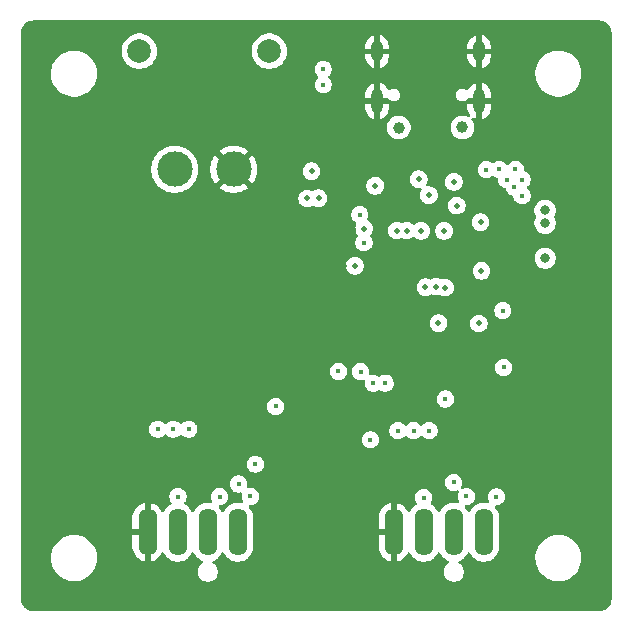
<source format=gbr>
%TF.GenerationSoftware,KiCad,Pcbnew,9.0.4*%
%TF.CreationDate,2025-09-25T11:48:03-04:00*%
%TF.ProjectId,fanboy,66616e62-6f79-42e6-9b69-6361645f7063,rev?*%
%TF.SameCoordinates,Original*%
%TF.FileFunction,Copper,L5,Inr*%
%TF.FilePolarity,Positive*%
%FSLAX46Y46*%
G04 Gerber Fmt 4.6, Leading zero omitted, Abs format (unit mm)*
G04 Created by KiCad (PCBNEW 9.0.4) date 2025-09-25 11:48:03*
%MOMM*%
%LPD*%
G01*
G04 APERTURE LIST*
%TA.AperFunction,ComponentPad*%
%ADD10C,3.000000*%
%TD*%
%TA.AperFunction,ComponentPad*%
%ADD11C,2.000000*%
%TD*%
%TA.AperFunction,ComponentPad*%
%ADD12O,1.574800X4.000000*%
%TD*%
%TA.AperFunction,ComponentPad*%
%ADD13C,1.500000*%
%TD*%
%TA.AperFunction,ComponentPad*%
%ADD14O,1.000000X1.800000*%
%TD*%
%TA.AperFunction,ComponentPad*%
%ADD15O,1.000000X2.100000*%
%TD*%
%TA.AperFunction,ViaPad*%
%ADD16C,0.450000*%
%TD*%
%TA.AperFunction,ViaPad*%
%ADD17C,0.500000*%
%TD*%
%TA.AperFunction,ViaPad*%
%ADD18C,0.800000*%
%TD*%
%TA.AperFunction,ViaPad*%
%ADD19C,1.000000*%
%TD*%
G04 APERTURE END LIST*
D10*
%TO.N,/12V*%
%TO.C,J1*%
X156520000Y-72095000D03*
%TO.N,GND*%
X161520000Y-72095000D03*
D11*
%TO.N,unconnected-(J1-MNT1-Pad3)*%
X153520000Y-62095000D03*
%TO.N,unconnected-(J1-MNT2-Pad4)*%
X164520000Y-62095000D03*
%TD*%
D12*
%TO.N,GND*%
%TO.C,J4*%
X175070000Y-102820000D03*
%TO.N,/12V*%
X177610000Y-102820000D03*
D13*
%TO.N,/FAN2_TACH*%
X180150000Y-101860000D03*
D12*
X180150000Y-102820000D03*
%TO.N,/FAN2_PWM*%
X182690000Y-102820000D03*
%TD*%
%TO.N,GND*%
%TO.C,J3*%
X154230000Y-102820000D03*
%TO.N,/12V*%
X156770000Y-102820000D03*
D13*
%TO.N,/FAN1_TACH*%
X159310000Y-101860000D03*
D12*
X159310000Y-102820000D03*
%TO.N,/FAN1_PWM*%
X161850000Y-102820000D03*
%TD*%
D14*
%TO.N,GND*%
%TO.C,J6*%
X173650000Y-62125000D03*
D15*
X173650000Y-66305000D03*
D14*
X182290000Y-62125000D03*
D15*
X182290000Y-66305000D03*
%TD*%
D16*
%TO.N,/5V*%
X169090000Y-63620000D03*
%TO.N,/QSPI_SS*%
X172195000Y-75945000D03*
%TO.N,GND*%
X166840000Y-64930000D03*
%TO.N,/QSPI_SS*%
X184370000Y-88880000D03*
%TO.N,/3V3*%
X184300000Y-84060000D03*
%TO.N,GND*%
X166840000Y-63620000D03*
%TO.N,/5V*%
X169090000Y-64930000D03*
%TO.N,GND*%
X190190583Y-74514964D03*
X191505583Y-74514964D03*
X190858083Y-73784964D03*
X190200583Y-73144964D03*
X191515583Y-73144964D03*
%TO.N,/3V3*%
X174340000Y-90200000D03*
%TO.N,/FAN_ALERT*%
X172540000Y-78320000D03*
X173330000Y-90210000D03*
%TO.N,/FAN2_TACH*%
X173080000Y-95000000D03*
%TO.N,/12V*%
X175420000Y-94230000D03*
%TO.N,GND*%
X169370000Y-86770000D03*
%TO.N,/5V*%
X162930000Y-99800000D03*
X183750000Y-99830000D03*
X184620583Y-72964964D03*
X185935583Y-72964964D03*
X182900000Y-72130000D03*
X183990000Y-72110000D03*
X185278083Y-73604964D03*
X185925583Y-74334964D03*
X185370000Y-72100000D03*
%TO.N,GND*%
X182095000Y-94210000D03*
X183410000Y-94210000D03*
X180780000Y-94210000D03*
X161795000Y-94100000D03*
X163110000Y-94100000D03*
X160480000Y-94100000D03*
%TO.N,/12V*%
X156790000Y-99810000D03*
%TO.N,GND*%
X157750000Y-99800000D03*
X178570000Y-99820000D03*
%TO.N,/12V*%
X177600000Y-99890000D03*
%TO.N,/3V3*%
X179430000Y-91550000D03*
X181210000Y-99800000D03*
X160310000Y-99810000D03*
%TO.N,/12V*%
X156395000Y-94100000D03*
X157710000Y-94100000D03*
X155080000Y-94100000D03*
X178050000Y-94230000D03*
X176735000Y-94230000D03*
%TO.N,/3V3*%
X172250000Y-89220000D03*
X170380000Y-89210000D03*
%TO.N,GND*%
X165837500Y-95160000D03*
%TO.N,/3V3*%
X165060000Y-92180000D03*
%TO.N,/FAN1_PWM*%
X161920000Y-98740000D03*
X163347500Y-97060000D03*
%TO.N,/FAN2_TACH*%
X180130000Y-98610000D03*
D17*
%TO.N,/SWD*%
X180140717Y-73170036D03*
X179401524Y-82115036D03*
%TO.N,/SWCLK*%
X177187037Y-72936510D03*
X178641524Y-82030036D03*
%TO.N,/QSPI_SD1*%
X175321524Y-77290036D03*
X167740413Y-74563680D03*
%TO.N,/QSPI_SD2*%
X176161524Y-77290036D03*
X168691524Y-74545036D03*
%TO.N,GND*%
X172560717Y-72250036D03*
X182794417Y-75100036D03*
X180920717Y-86160036D03*
X190490000Y-91950000D03*
X182260717Y-86110036D03*
X178281524Y-80540036D03*
X174490000Y-87380000D03*
X177591524Y-79697536D03*
X171590000Y-77120000D03*
X174791524Y-72470036D03*
X177641524Y-85735036D03*
X178291524Y-78870036D03*
X183450717Y-80700036D03*
X190500000Y-85060000D03*
X183370717Y-76570036D03*
X176871524Y-78870036D03*
X181280000Y-74050000D03*
X175841524Y-88035036D03*
X178950000Y-86420000D03*
X170811524Y-80260036D03*
X180571524Y-88500036D03*
X176386099Y-82200036D03*
X182929283Y-73749964D03*
X170570000Y-75670000D03*
X176861524Y-80540036D03*
%TO.N,/3V3*%
X182260717Y-85150036D03*
X168100717Y-72260036D03*
X182490717Y-80700036D03*
X171771524Y-80260036D03*
X178851121Y-85120036D03*
X172550000Y-77120000D03*
X182410717Y-76570036D03*
X178031524Y-74280036D03*
D18*
X187876300Y-76675000D03*
X187876300Y-75585000D03*
X187885000Y-79625000D03*
D17*
X173501524Y-73495036D03*
X180391524Y-75175036D03*
%TO.N,/1V1*%
X177381524Y-77315036D03*
X179321524Y-77315036D03*
X177741524Y-82085036D03*
D19*
%TO.N,/5V*%
X175480583Y-68569964D03*
X180870583Y-68549964D03*
%TD*%
%TA.AperFunction,Conductor*%
%TO.N,GND*%
G36*
X192505394Y-59500972D02*
G01*
X192512947Y-59501632D01*
X192651564Y-59513760D01*
X192664907Y-59515665D01*
X192694247Y-59521501D01*
X192702109Y-59523334D01*
X192826922Y-59556777D01*
X192842275Y-59561989D01*
X192859224Y-59569009D01*
X192864134Y-59571169D01*
X192989918Y-59629823D01*
X193008633Y-59640629D01*
X193133582Y-59728119D01*
X193150140Y-59742013D01*
X193257986Y-59849859D01*
X193271880Y-59866417D01*
X193359370Y-59991366D01*
X193370177Y-60010084D01*
X193428809Y-60135819D01*
X193430989Y-60140774D01*
X193438009Y-60157723D01*
X193443222Y-60173080D01*
X193476659Y-60297869D01*
X193478501Y-60305769D01*
X193484330Y-60335071D01*
X193486241Y-60348456D01*
X193499028Y-60494605D01*
X193499500Y-60505413D01*
X193499500Y-108494586D01*
X193499028Y-108505394D01*
X193486241Y-108651542D01*
X193484330Y-108664927D01*
X193478501Y-108694229D01*
X193476659Y-108702129D01*
X193443222Y-108826918D01*
X193438009Y-108842275D01*
X193430989Y-108859224D01*
X193428809Y-108864179D01*
X193370177Y-108989915D01*
X193359370Y-109008633D01*
X193271880Y-109133582D01*
X193257986Y-109150140D01*
X193150140Y-109257986D01*
X193133582Y-109271880D01*
X193008633Y-109359370D01*
X192989915Y-109370177D01*
X192864179Y-109428809D01*
X192859224Y-109430989D01*
X192842275Y-109438009D01*
X192826918Y-109443222D01*
X192702129Y-109476659D01*
X192694229Y-109478501D01*
X192664927Y-109484330D01*
X192651542Y-109486241D01*
X192505395Y-109499028D01*
X192494587Y-109499500D01*
X144505413Y-109499500D01*
X144494605Y-109499028D01*
X144348456Y-109486241D01*
X144335071Y-109484330D01*
X144305769Y-109478501D01*
X144297869Y-109476659D01*
X144173080Y-109443222D01*
X144157723Y-109438009D01*
X144140774Y-109430989D01*
X144135819Y-109428809D01*
X144010084Y-109370177D01*
X143991366Y-109359370D01*
X143866417Y-109271880D01*
X143849859Y-109257986D01*
X143742013Y-109150140D01*
X143728119Y-109133582D01*
X143640629Y-109008633D01*
X143629822Y-108989916D01*
X143599292Y-108924445D01*
X143571169Y-108864134D01*
X143569009Y-108859224D01*
X143561989Y-108842275D01*
X143556776Y-108826918D01*
X143538829Y-108759938D01*
X143523334Y-108702109D01*
X143521501Y-108694247D01*
X143515665Y-108664907D01*
X143513760Y-108651564D01*
X143500972Y-108505394D01*
X143500500Y-108494588D01*
X143500500Y-104872149D01*
X146049500Y-104872149D01*
X146049500Y-105127850D01*
X146070689Y-105288787D01*
X146082874Y-105381340D01*
X146119859Y-105519370D01*
X146149050Y-105628312D01*
X146149053Y-105628322D01*
X146246894Y-105864531D01*
X146246899Y-105864542D01*
X146374734Y-106085957D01*
X146374745Y-106085973D01*
X146530388Y-106288811D01*
X146530394Y-106288818D01*
X146711181Y-106469605D01*
X146711187Y-106469610D01*
X146914035Y-106625261D01*
X146914042Y-106625265D01*
X147135457Y-106753100D01*
X147135462Y-106753102D01*
X147135465Y-106753104D01*
X147284426Y-106814805D01*
X147346762Y-106840626D01*
X147371687Y-106850950D01*
X147618660Y-106917126D01*
X147872157Y-106950500D01*
X147872164Y-106950500D01*
X148127836Y-106950500D01*
X148127843Y-106950500D01*
X148381340Y-106917126D01*
X148628313Y-106850950D01*
X148864535Y-106753104D01*
X149085965Y-106625261D01*
X149288813Y-106469610D01*
X149469610Y-106288813D01*
X149625261Y-106085965D01*
X149753104Y-105864535D01*
X149850950Y-105628313D01*
X149917126Y-105381340D01*
X149950500Y-105127843D01*
X149950500Y-104872157D01*
X149917126Y-104618660D01*
X149850950Y-104371687D01*
X149753104Y-104135465D01*
X149753102Y-104135462D01*
X149753100Y-104135457D01*
X149625265Y-103914042D01*
X149625261Y-103914035D01*
X149469610Y-103711187D01*
X149469605Y-103711181D01*
X149288818Y-103530394D01*
X149288811Y-103530388D01*
X149085973Y-103374745D01*
X149085971Y-103374743D01*
X149085965Y-103374739D01*
X149085960Y-103374736D01*
X149085957Y-103374734D01*
X148864542Y-103246899D01*
X148864531Y-103246894D01*
X148628322Y-103149053D01*
X148628315Y-103149051D01*
X148628316Y-103149051D01*
X148628313Y-103149050D01*
X148588612Y-103138412D01*
X148535673Y-103124227D01*
X148381340Y-103082874D01*
X148325007Y-103075457D01*
X148283558Y-103070000D01*
X152942600Y-103070000D01*
X152942600Y-104133920D01*
X152974299Y-104334063D01*
X153036921Y-104526792D01*
X153128919Y-104707348D01*
X153248020Y-104871278D01*
X153248024Y-104871283D01*
X153391316Y-105014575D01*
X153391321Y-105014579D01*
X153555251Y-105133680D01*
X153735805Y-105225678D01*
X153928527Y-105288298D01*
X153980000Y-105296450D01*
X153980000Y-104491579D01*
X154024115Y-104517050D01*
X154159777Y-104553400D01*
X154300223Y-104553400D01*
X154435885Y-104517050D01*
X154480000Y-104491579D01*
X154480000Y-105296449D01*
X154531472Y-105288298D01*
X154724194Y-105225678D01*
X154904748Y-105133680D01*
X155068678Y-105014579D01*
X155068683Y-105014575D01*
X155211975Y-104871283D01*
X155211979Y-104871278D01*
X155331082Y-104707346D01*
X155389234Y-104593216D01*
X155437208Y-104542420D01*
X155505029Y-104525624D01*
X155571164Y-104548161D01*
X155610203Y-104593214D01*
X155668490Y-104707607D01*
X155787639Y-104871604D01*
X155930995Y-105014960D01*
X156084456Y-105126454D01*
X156094994Y-105134110D01*
X156275618Y-105226143D01*
X156468416Y-105288787D01*
X156668640Y-105320500D01*
X156668641Y-105320500D01*
X156871359Y-105320500D01*
X156871360Y-105320500D01*
X157071584Y-105288787D01*
X157264382Y-105226143D01*
X157445006Y-105134110D01*
X157537085Y-105067210D01*
X157609004Y-105014960D01*
X157609006Y-105014957D01*
X157609010Y-105014955D01*
X157752355Y-104871610D01*
X157752357Y-104871606D01*
X157752360Y-104871604D01*
X157807862Y-104795211D01*
X157871510Y-104707606D01*
X157929515Y-104593764D01*
X157977490Y-104542969D01*
X158045311Y-104526174D01*
X158111446Y-104548711D01*
X158150485Y-104593765D01*
X158208492Y-104707609D01*
X158327639Y-104871604D01*
X158470995Y-105014960D01*
X158624456Y-105126454D01*
X158634994Y-105134110D01*
X158815618Y-105226143D01*
X158835599Y-105232635D01*
X158893275Y-105272072D01*
X158920474Y-105336430D01*
X158908560Y-105405277D01*
X158866173Y-105453668D01*
X158767838Y-105519373D01*
X158767834Y-105519376D01*
X158649373Y-105637837D01*
X158556295Y-105777139D01*
X158492184Y-105931917D01*
X158492182Y-105931925D01*
X158459500Y-106096228D01*
X158459500Y-106263771D01*
X158492182Y-106428074D01*
X158492184Y-106428082D01*
X158556295Y-106582860D01*
X158649373Y-106722162D01*
X158767837Y-106840626D01*
X158860494Y-106902537D01*
X158907137Y-106933703D01*
X159061918Y-106997816D01*
X159226228Y-107030499D01*
X159226232Y-107030500D01*
X159226233Y-107030500D01*
X159393768Y-107030500D01*
X159393769Y-107030499D01*
X159558082Y-106997816D01*
X159712863Y-106933703D01*
X159852162Y-106840626D01*
X159970626Y-106722162D01*
X160063703Y-106582863D01*
X160127816Y-106428082D01*
X160160500Y-106263767D01*
X160160500Y-106096233D01*
X160127816Y-105931918D01*
X160063703Y-105777137D01*
X160032537Y-105730494D01*
X159970626Y-105637837D01*
X159852165Y-105519376D01*
X159852157Y-105519370D01*
X159753827Y-105453668D01*
X159709021Y-105400056D01*
X159700314Y-105330731D01*
X159730468Y-105267704D01*
X159784397Y-105232636D01*
X159804382Y-105226143D01*
X159985006Y-105134110D01*
X160077085Y-105067210D01*
X160149004Y-105014960D01*
X160149006Y-105014957D01*
X160149010Y-105014955D01*
X160292355Y-104871610D01*
X160292357Y-104871606D01*
X160292360Y-104871604D01*
X160347862Y-104795211D01*
X160411510Y-104707606D01*
X160469515Y-104593764D01*
X160517490Y-104542969D01*
X160585311Y-104526174D01*
X160651446Y-104548711D01*
X160690485Y-104593765D01*
X160748492Y-104707609D01*
X160867639Y-104871604D01*
X161010995Y-105014960D01*
X161164456Y-105126454D01*
X161174994Y-105134110D01*
X161355618Y-105226143D01*
X161548416Y-105288787D01*
X161748640Y-105320500D01*
X161748641Y-105320500D01*
X161951359Y-105320500D01*
X161951360Y-105320500D01*
X162151584Y-105288787D01*
X162344382Y-105226143D01*
X162525006Y-105134110D01*
X162617085Y-105067210D01*
X162689004Y-105014960D01*
X162689006Y-105014957D01*
X162689010Y-105014955D01*
X162832355Y-104871610D01*
X162832357Y-104871606D01*
X162832360Y-104871604D01*
X162887862Y-104795211D01*
X162951510Y-104707606D01*
X163043543Y-104526982D01*
X163106187Y-104334184D01*
X163137900Y-104133960D01*
X163137900Y-103070000D01*
X173782600Y-103070000D01*
X173782600Y-104133920D01*
X173814299Y-104334063D01*
X173876921Y-104526792D01*
X173968919Y-104707348D01*
X174088020Y-104871278D01*
X174088024Y-104871283D01*
X174231316Y-105014575D01*
X174231321Y-105014579D01*
X174395251Y-105133680D01*
X174575805Y-105225678D01*
X174768527Y-105288298D01*
X174820000Y-105296450D01*
X174820000Y-104491579D01*
X174864115Y-104517050D01*
X174999777Y-104553400D01*
X175140223Y-104553400D01*
X175275885Y-104517050D01*
X175320000Y-104491579D01*
X175320000Y-105296449D01*
X175371472Y-105288298D01*
X175564194Y-105225678D01*
X175744748Y-105133680D01*
X175908678Y-105014579D01*
X175908683Y-105014575D01*
X176051975Y-104871283D01*
X176051979Y-104871278D01*
X176171082Y-104707346D01*
X176229234Y-104593216D01*
X176277208Y-104542420D01*
X176345029Y-104525624D01*
X176411164Y-104548161D01*
X176450203Y-104593214D01*
X176508490Y-104707607D01*
X176627639Y-104871604D01*
X176770995Y-105014960D01*
X176924456Y-105126454D01*
X176934994Y-105134110D01*
X177115618Y-105226143D01*
X177308416Y-105288787D01*
X177508640Y-105320500D01*
X177508641Y-105320500D01*
X177711359Y-105320500D01*
X177711360Y-105320500D01*
X177911584Y-105288787D01*
X178104382Y-105226143D01*
X178285006Y-105134110D01*
X178377085Y-105067210D01*
X178449004Y-105014960D01*
X178449006Y-105014957D01*
X178449010Y-105014955D01*
X178592355Y-104871610D01*
X178592357Y-104871606D01*
X178592360Y-104871604D01*
X178647862Y-104795211D01*
X178711510Y-104707606D01*
X178769515Y-104593764D01*
X178817490Y-104542969D01*
X178885311Y-104526174D01*
X178951446Y-104548711D01*
X178990485Y-104593765D01*
X179048492Y-104707609D01*
X179167639Y-104871604D01*
X179310995Y-105014960D01*
X179464456Y-105126454D01*
X179474994Y-105134110D01*
X179655618Y-105226143D01*
X179675599Y-105232635D01*
X179733275Y-105272072D01*
X179760474Y-105336430D01*
X179748560Y-105405277D01*
X179706173Y-105453668D01*
X179607838Y-105519373D01*
X179607834Y-105519376D01*
X179489373Y-105637837D01*
X179396295Y-105777139D01*
X179332184Y-105931917D01*
X179332182Y-105931925D01*
X179299500Y-106096228D01*
X179299500Y-106263771D01*
X179332182Y-106428074D01*
X179332184Y-106428082D01*
X179396295Y-106582860D01*
X179489373Y-106722162D01*
X179607837Y-106840626D01*
X179700494Y-106902537D01*
X179747137Y-106933703D01*
X179901918Y-106997816D01*
X180066228Y-107030499D01*
X180066232Y-107030500D01*
X180066233Y-107030500D01*
X180233768Y-107030500D01*
X180233769Y-107030499D01*
X180398082Y-106997816D01*
X180552863Y-106933703D01*
X180692162Y-106840626D01*
X180810626Y-106722162D01*
X180903703Y-106582863D01*
X180967816Y-106428082D01*
X181000500Y-106263767D01*
X181000500Y-106096233D01*
X180967816Y-105931918D01*
X180903703Y-105777137D01*
X180872537Y-105730494D01*
X180810626Y-105637837D01*
X180692165Y-105519376D01*
X180692157Y-105519370D01*
X180593827Y-105453668D01*
X180549021Y-105400056D01*
X180540314Y-105330731D01*
X180570468Y-105267704D01*
X180624397Y-105232636D01*
X180644382Y-105226143D01*
X180825006Y-105134110D01*
X180917085Y-105067210D01*
X180989004Y-105014960D01*
X180989006Y-105014957D01*
X180989010Y-105014955D01*
X181132355Y-104871610D01*
X181132357Y-104871606D01*
X181132360Y-104871604D01*
X181187862Y-104795211D01*
X181251510Y-104707606D01*
X181309515Y-104593764D01*
X181357490Y-104542969D01*
X181425311Y-104526174D01*
X181491446Y-104548711D01*
X181530485Y-104593765D01*
X181588492Y-104707609D01*
X181707639Y-104871604D01*
X181850995Y-105014960D01*
X182004456Y-105126454D01*
X182014994Y-105134110D01*
X182195618Y-105226143D01*
X182388416Y-105288787D01*
X182588640Y-105320500D01*
X182588641Y-105320500D01*
X182791359Y-105320500D01*
X182791360Y-105320500D01*
X182991584Y-105288787D01*
X183184382Y-105226143D01*
X183365006Y-105134110D01*
X183457085Y-105067210D01*
X183529004Y-105014960D01*
X183529006Y-105014957D01*
X183529010Y-105014955D01*
X183671816Y-104872149D01*
X187049500Y-104872149D01*
X187049500Y-105127850D01*
X187070689Y-105288787D01*
X187082874Y-105381340D01*
X187119859Y-105519370D01*
X187149050Y-105628312D01*
X187149053Y-105628322D01*
X187246894Y-105864531D01*
X187246899Y-105864542D01*
X187374734Y-106085957D01*
X187374745Y-106085973D01*
X187530388Y-106288811D01*
X187530394Y-106288818D01*
X187711181Y-106469605D01*
X187711187Y-106469610D01*
X187914035Y-106625261D01*
X187914042Y-106625265D01*
X188135457Y-106753100D01*
X188135462Y-106753102D01*
X188135465Y-106753104D01*
X188284426Y-106814805D01*
X188346762Y-106840626D01*
X188371687Y-106850950D01*
X188618660Y-106917126D01*
X188872157Y-106950500D01*
X188872164Y-106950500D01*
X189127836Y-106950500D01*
X189127843Y-106950500D01*
X189381340Y-106917126D01*
X189628313Y-106850950D01*
X189864535Y-106753104D01*
X190085965Y-106625261D01*
X190288813Y-106469610D01*
X190469610Y-106288813D01*
X190625261Y-106085965D01*
X190753104Y-105864535D01*
X190850950Y-105628313D01*
X190917126Y-105381340D01*
X190950500Y-105127843D01*
X190950500Y-104872157D01*
X190917126Y-104618660D01*
X190850950Y-104371687D01*
X190753104Y-104135465D01*
X190753102Y-104135462D01*
X190753100Y-104135457D01*
X190625265Y-103914042D01*
X190625261Y-103914035D01*
X190469610Y-103711187D01*
X190469605Y-103711181D01*
X190288818Y-103530394D01*
X190288811Y-103530388D01*
X190085973Y-103374745D01*
X190085971Y-103374743D01*
X190085965Y-103374739D01*
X190085960Y-103374736D01*
X190085957Y-103374734D01*
X189864542Y-103246899D01*
X189864531Y-103246894D01*
X189628322Y-103149053D01*
X189628315Y-103149051D01*
X189628313Y-103149050D01*
X189381340Y-103082874D01*
X189325007Y-103075457D01*
X189127850Y-103049500D01*
X189127843Y-103049500D01*
X188872157Y-103049500D01*
X188872149Y-103049500D01*
X188646826Y-103079165D01*
X188618660Y-103082874D01*
X188411389Y-103138412D01*
X188371687Y-103149050D01*
X188371677Y-103149053D01*
X188135468Y-103246894D01*
X188135457Y-103246899D01*
X187914042Y-103374734D01*
X187914026Y-103374745D01*
X187711188Y-103530388D01*
X187711181Y-103530394D01*
X187530394Y-103711181D01*
X187530388Y-103711188D01*
X187374745Y-103914026D01*
X187374734Y-103914042D01*
X187246899Y-104135457D01*
X187246894Y-104135468D01*
X187149053Y-104371677D01*
X187149050Y-104371687D01*
X187100361Y-104553400D01*
X187082874Y-104618661D01*
X187049500Y-104872149D01*
X183671816Y-104872149D01*
X183672355Y-104871610D01*
X183791510Y-104707606D01*
X183883543Y-104526982D01*
X183946187Y-104334184D01*
X183977900Y-104133960D01*
X183977900Y-101506040D01*
X183946187Y-101305816D01*
X183883543Y-101113018D01*
X183791510Y-100932394D01*
X183783854Y-100921856D01*
X183672360Y-100768395D01*
X183671146Y-100767181D01*
X183670833Y-100766608D01*
X183669198Y-100764694D01*
X183669600Y-100764350D01*
X183637661Y-100705858D01*
X183642645Y-100636166D01*
X183684517Y-100580233D01*
X183749981Y-100555816D01*
X183758827Y-100555500D01*
X183821457Y-100555500D01*
X183915751Y-100536742D01*
X183961620Y-100527619D01*
X184093653Y-100472929D01*
X184212479Y-100393532D01*
X184313532Y-100292479D01*
X184392929Y-100173653D01*
X184447619Y-100041620D01*
X184475500Y-99901455D01*
X184475500Y-99758545D01*
X184475500Y-99758542D01*
X184447620Y-99618385D01*
X184447619Y-99618384D01*
X184447619Y-99618380D01*
X184392929Y-99486347D01*
X184392928Y-99486346D01*
X184392925Y-99486340D01*
X184313532Y-99367521D01*
X184313529Y-99367517D01*
X184212482Y-99266470D01*
X184212478Y-99266467D01*
X184093659Y-99187074D01*
X184093650Y-99187069D01*
X183961620Y-99132381D01*
X183961614Y-99132379D01*
X183821457Y-99104500D01*
X183821455Y-99104500D01*
X183678545Y-99104500D01*
X183678543Y-99104500D01*
X183538385Y-99132379D01*
X183538379Y-99132381D01*
X183406349Y-99187069D01*
X183406340Y-99187074D01*
X183287521Y-99266467D01*
X183287517Y-99266470D01*
X183186470Y-99367517D01*
X183186467Y-99367521D01*
X183107074Y-99486340D01*
X183107069Y-99486349D01*
X183052381Y-99618379D01*
X183052379Y-99618385D01*
X183024500Y-99758542D01*
X183024500Y-99758545D01*
X183024500Y-99901455D01*
X183024500Y-99901457D01*
X183024499Y-99901457D01*
X183052379Y-100041614D01*
X183052382Y-100041624D01*
X183109157Y-100178692D01*
X183116626Y-100248161D01*
X183085350Y-100310640D01*
X183025261Y-100346292D01*
X182975198Y-100348617D01*
X182826908Y-100325130D01*
X182791360Y-100319500D01*
X182588640Y-100319500D01*
X182542224Y-100326851D01*
X182388419Y-100351212D01*
X182367789Y-100357915D01*
X182197302Y-100413310D01*
X182195615Y-100413858D01*
X182014990Y-100505892D01*
X181850995Y-100625039D01*
X181707639Y-100768395D01*
X181588492Y-100932390D01*
X181530485Y-101046234D01*
X181482510Y-101097030D01*
X181414689Y-101113825D01*
X181348554Y-101091287D01*
X181309515Y-101046234D01*
X181294921Y-101017594D01*
X181251510Y-100932394D01*
X181243854Y-100921856D01*
X181132360Y-100768395D01*
X181101146Y-100737181D01*
X181067661Y-100675858D01*
X181072645Y-100606166D01*
X181114517Y-100550233D01*
X181179981Y-100525816D01*
X181188827Y-100525500D01*
X181281457Y-100525500D01*
X181380029Y-100505892D01*
X181421620Y-100497619D01*
X181553653Y-100442929D01*
X181672479Y-100363532D01*
X181773532Y-100262479D01*
X181852929Y-100143653D01*
X181907619Y-100011620D01*
X181929533Y-99901455D01*
X181935500Y-99871457D01*
X181935500Y-99728542D01*
X181907620Y-99588385D01*
X181907619Y-99588384D01*
X181907619Y-99588380D01*
X181852929Y-99456347D01*
X181852928Y-99456346D01*
X181852925Y-99456340D01*
X181773532Y-99337521D01*
X181773529Y-99337517D01*
X181672482Y-99236470D01*
X181672478Y-99236467D01*
X181553659Y-99157074D01*
X181553650Y-99157069D01*
X181421620Y-99102381D01*
X181421614Y-99102379D01*
X181281457Y-99074500D01*
X181281455Y-99074500D01*
X181138545Y-99074500D01*
X181138543Y-99074500D01*
X180998385Y-99102379D01*
X180998375Y-99102382D01*
X180926894Y-99131991D01*
X180857425Y-99139460D01*
X180794946Y-99108185D01*
X180759294Y-99048096D01*
X180761788Y-98978271D01*
X180770083Y-98958978D01*
X180772929Y-98953653D01*
X180775500Y-98947445D01*
X180827619Y-98821620D01*
X180855500Y-98681455D01*
X180855500Y-98538545D01*
X180855500Y-98538542D01*
X180827620Y-98398385D01*
X180827619Y-98398384D01*
X180827619Y-98398380D01*
X180785318Y-98296258D01*
X180772930Y-98266349D01*
X180772925Y-98266340D01*
X180693532Y-98147521D01*
X180693529Y-98147517D01*
X180592482Y-98046470D01*
X180592478Y-98046467D01*
X180473659Y-97967074D01*
X180473650Y-97967069D01*
X180341620Y-97912381D01*
X180341614Y-97912379D01*
X180201457Y-97884500D01*
X180201455Y-97884500D01*
X180058545Y-97884500D01*
X180058543Y-97884500D01*
X179918385Y-97912379D01*
X179918379Y-97912381D01*
X179786349Y-97967069D01*
X179786340Y-97967074D01*
X179667521Y-98046467D01*
X179667517Y-98046470D01*
X179566470Y-98147517D01*
X179566467Y-98147521D01*
X179487074Y-98266340D01*
X179487069Y-98266349D01*
X179432381Y-98398379D01*
X179432379Y-98398385D01*
X179404500Y-98538542D01*
X179404500Y-98538545D01*
X179404500Y-98681455D01*
X179404500Y-98681457D01*
X179404499Y-98681457D01*
X179432379Y-98821614D01*
X179432381Y-98821620D01*
X179487069Y-98953650D01*
X179487074Y-98953659D01*
X179566467Y-99072478D01*
X179566470Y-99072482D01*
X179667517Y-99173529D01*
X179667521Y-99173532D01*
X179786340Y-99252925D01*
X179786346Y-99252928D01*
X179786347Y-99252929D01*
X179918380Y-99307619D01*
X179918384Y-99307619D01*
X179918385Y-99307620D01*
X180058542Y-99335500D01*
X180058545Y-99335500D01*
X180201457Y-99335500D01*
X180295751Y-99316742D01*
X180341620Y-99307619D01*
X180413105Y-99278008D01*
X180482572Y-99270539D01*
X180545052Y-99301813D01*
X180580705Y-99361901D01*
X180578212Y-99431727D01*
X180569922Y-99451009D01*
X180567074Y-99456336D01*
X180512381Y-99588379D01*
X180512379Y-99588385D01*
X180484500Y-99728542D01*
X180484500Y-99728545D01*
X180484500Y-99871455D01*
X180484500Y-99871457D01*
X180484499Y-99871457D01*
X180512379Y-100011614D01*
X180512381Y-100011620D01*
X180567069Y-100143650D01*
X180567076Y-100143662D01*
X180578343Y-100160525D01*
X180599220Y-100227203D01*
X180580734Y-100294583D01*
X180528755Y-100341272D01*
X180459785Y-100352447D01*
X180455842Y-100351887D01*
X180307900Y-100328455D01*
X180251360Y-100319500D01*
X180048640Y-100319500D01*
X180002224Y-100326851D01*
X179848419Y-100351212D01*
X179827789Y-100357915D01*
X179657302Y-100413310D01*
X179655615Y-100413858D01*
X179474990Y-100505892D01*
X179310995Y-100625039D01*
X179167639Y-100768395D01*
X179048492Y-100932390D01*
X178990485Y-101046234D01*
X178942510Y-101097030D01*
X178874689Y-101113825D01*
X178808554Y-101091287D01*
X178769515Y-101046234D01*
X178754921Y-101017594D01*
X178711510Y-100932394D01*
X178703854Y-100921856D01*
X178592360Y-100768395D01*
X178449004Y-100625039D01*
X178285007Y-100505890D01*
X178242245Y-100484101D01*
X178191449Y-100436126D01*
X178174655Y-100368305D01*
X178195440Y-100304725D01*
X178242924Y-100233661D01*
X178242925Y-100233658D01*
X178242929Y-100233653D01*
X178297619Y-100101620D01*
X178313532Y-100021620D01*
X178325500Y-99961457D01*
X178325500Y-99818542D01*
X178297620Y-99678385D01*
X178297619Y-99678384D01*
X178297619Y-99678380D01*
X178242929Y-99546347D01*
X178242928Y-99546346D01*
X178242925Y-99546340D01*
X178163532Y-99427521D01*
X178163529Y-99427517D01*
X178062482Y-99326470D01*
X178062478Y-99326467D01*
X177943659Y-99247074D01*
X177943650Y-99247069D01*
X177811620Y-99192381D01*
X177811614Y-99192379D01*
X177671457Y-99164500D01*
X177671455Y-99164500D01*
X177528545Y-99164500D01*
X177528543Y-99164500D01*
X177388385Y-99192379D01*
X177388379Y-99192381D01*
X177256349Y-99247069D01*
X177256340Y-99247074D01*
X177137521Y-99326467D01*
X177137517Y-99326470D01*
X177036470Y-99427517D01*
X177036467Y-99427521D01*
X176957074Y-99546340D01*
X176957069Y-99546349D01*
X176902381Y-99678379D01*
X176902379Y-99678385D01*
X176874500Y-99818542D01*
X176874500Y-99818545D01*
X176874500Y-99961455D01*
X176874500Y-99961457D01*
X176874499Y-99961457D01*
X176902379Y-100101614D01*
X176902381Y-100101620D01*
X176957069Y-100233650D01*
X176957074Y-100233659D01*
X177009640Y-100312329D01*
X177030518Y-100379007D01*
X177012033Y-100446387D01*
X176962834Y-100491704D01*
X176934992Y-100505890D01*
X176770995Y-100625039D01*
X176627639Y-100768395D01*
X176508490Y-100932392D01*
X176450203Y-101046785D01*
X176402228Y-101097580D01*
X176334407Y-101114375D01*
X176268273Y-101091837D01*
X176229234Y-101046783D01*
X176171082Y-100932653D01*
X176051979Y-100768721D01*
X176051975Y-100768716D01*
X175908683Y-100625424D01*
X175908678Y-100625420D01*
X175744748Y-100506319D01*
X175564192Y-100414321D01*
X175371463Y-100351699D01*
X175320000Y-100343548D01*
X175320000Y-103548420D01*
X175275885Y-103522950D01*
X175140223Y-103486600D01*
X174999777Y-103486600D01*
X174864115Y-103522950D01*
X174820000Y-103548420D01*
X174820000Y-103070000D01*
X173782600Y-103070000D01*
X163137900Y-103070000D01*
X163137900Y-101506079D01*
X173782600Y-101506079D01*
X173782600Y-102570000D01*
X174820000Y-102570000D01*
X174820000Y-100343548D01*
X174819999Y-100343548D01*
X174768536Y-100351699D01*
X174575807Y-100414321D01*
X174395251Y-100506319D01*
X174231321Y-100625420D01*
X174231316Y-100625424D01*
X174088024Y-100768716D01*
X174088020Y-100768721D01*
X173968919Y-100932651D01*
X173876921Y-101113207D01*
X173814299Y-101305936D01*
X173782600Y-101506079D01*
X163137900Y-101506079D01*
X163137900Y-101506040D01*
X163106187Y-101305816D01*
X163043543Y-101113018D01*
X162951510Y-100932394D01*
X162943854Y-100921856D01*
X162832360Y-100768395D01*
X162801146Y-100737181D01*
X162767661Y-100675858D01*
X162772645Y-100606166D01*
X162814517Y-100550233D01*
X162879981Y-100525816D01*
X162888827Y-100525500D01*
X163001457Y-100525500D01*
X163100029Y-100505892D01*
X163141620Y-100497619D01*
X163273653Y-100442929D01*
X163392479Y-100363532D01*
X163493532Y-100262479D01*
X163572929Y-100143653D01*
X163627619Y-100011620D01*
X163649533Y-99901455D01*
X163655500Y-99871457D01*
X163655500Y-99728542D01*
X163627620Y-99588385D01*
X163627619Y-99588384D01*
X163627619Y-99588380D01*
X163572929Y-99456347D01*
X163572928Y-99456346D01*
X163572925Y-99456340D01*
X163493532Y-99337521D01*
X163493529Y-99337517D01*
X163392482Y-99236470D01*
X163392478Y-99236467D01*
X163273659Y-99157074D01*
X163273650Y-99157069D01*
X163141620Y-99102381D01*
X163141614Y-99102379D01*
X163001457Y-99074500D01*
X163001455Y-99074500D01*
X162858545Y-99074500D01*
X162858540Y-99074500D01*
X162764257Y-99093254D01*
X162694665Y-99087027D01*
X162639488Y-99044163D01*
X162616244Y-98978274D01*
X162618449Y-98947445D01*
X162645500Y-98811457D01*
X162645500Y-98668542D01*
X162617620Y-98528385D01*
X162617619Y-98528384D01*
X162617619Y-98528380D01*
X162562929Y-98396347D01*
X162562928Y-98396346D01*
X162562925Y-98396340D01*
X162483532Y-98277521D01*
X162483529Y-98277517D01*
X162382482Y-98176470D01*
X162382478Y-98176467D01*
X162263659Y-98097074D01*
X162263650Y-98097069D01*
X162131620Y-98042381D01*
X162131614Y-98042379D01*
X161991457Y-98014500D01*
X161991455Y-98014500D01*
X161848545Y-98014500D01*
X161848543Y-98014500D01*
X161708385Y-98042379D01*
X161708379Y-98042381D01*
X161576349Y-98097069D01*
X161576340Y-98097074D01*
X161457521Y-98176467D01*
X161457517Y-98176470D01*
X161356470Y-98277517D01*
X161356467Y-98277521D01*
X161277074Y-98396340D01*
X161277069Y-98396349D01*
X161222381Y-98528379D01*
X161222379Y-98528385D01*
X161194500Y-98668542D01*
X161194500Y-98668545D01*
X161194500Y-98811455D01*
X161194500Y-98811457D01*
X161194499Y-98811457D01*
X161222379Y-98951614D01*
X161222381Y-98951620D01*
X161277069Y-99083650D01*
X161277074Y-99083659D01*
X161356467Y-99202478D01*
X161356470Y-99202482D01*
X161457517Y-99303529D01*
X161457521Y-99303532D01*
X161576340Y-99382925D01*
X161576346Y-99382928D01*
X161576347Y-99382929D01*
X161708380Y-99437619D01*
X161708384Y-99437619D01*
X161708385Y-99437620D01*
X161848542Y-99465500D01*
X161848545Y-99465500D01*
X161991457Y-99465500D01*
X162085741Y-99446745D01*
X162155332Y-99452972D01*
X162210510Y-99495834D01*
X162233755Y-99561724D01*
X162231550Y-99592553D01*
X162204500Y-99728540D01*
X162204500Y-99728545D01*
X162204500Y-99871455D01*
X162204500Y-99871457D01*
X162204499Y-99871457D01*
X162232379Y-100011614D01*
X162232381Y-100011620D01*
X162287069Y-100143650D01*
X162287074Y-100143659D01*
X162303124Y-100167679D01*
X162324002Y-100234357D01*
X162305517Y-100301737D01*
X162253539Y-100348427D01*
X162184569Y-100359603D01*
X162161708Y-100354502D01*
X162151586Y-100351213D01*
X162151580Y-100351212D01*
X162011782Y-100329070D01*
X161951360Y-100319500D01*
X161748640Y-100319500D01*
X161702224Y-100326851D01*
X161548419Y-100351212D01*
X161527789Y-100357915D01*
X161357302Y-100413310D01*
X161355615Y-100413858D01*
X161174990Y-100505892D01*
X161010995Y-100625039D01*
X160867639Y-100768395D01*
X160748492Y-100932390D01*
X160690485Y-101046234D01*
X160642510Y-101097030D01*
X160574689Y-101113825D01*
X160508554Y-101091287D01*
X160469515Y-101046234D01*
X160454921Y-101017594D01*
X160411510Y-100932394D01*
X160403854Y-100921856D01*
X160292360Y-100768395D01*
X160271146Y-100747181D01*
X160237661Y-100685858D01*
X160242645Y-100616166D01*
X160284517Y-100560233D01*
X160349981Y-100535816D01*
X160358827Y-100535500D01*
X160381457Y-100535500D01*
X160475751Y-100516742D01*
X160521620Y-100507619D01*
X160653653Y-100452929D01*
X160772479Y-100373532D01*
X160873532Y-100272479D01*
X160952929Y-100153653D01*
X161007619Y-100021620D01*
X161019587Y-99961455D01*
X161035500Y-99881457D01*
X161035500Y-99738542D01*
X161007620Y-99598385D01*
X161007619Y-99598384D01*
X161007619Y-99598380D01*
X160952929Y-99466347D01*
X160952928Y-99466346D01*
X160952925Y-99466340D01*
X160873532Y-99347521D01*
X160873529Y-99347517D01*
X160772482Y-99246470D01*
X160772478Y-99246467D01*
X160653659Y-99167074D01*
X160653650Y-99167069D01*
X160521620Y-99112381D01*
X160521614Y-99112379D01*
X160381457Y-99084500D01*
X160381455Y-99084500D01*
X160238545Y-99084500D01*
X160238543Y-99084500D01*
X160098385Y-99112379D01*
X160098379Y-99112381D01*
X159966349Y-99167069D01*
X159966340Y-99167074D01*
X159847521Y-99246467D01*
X159847517Y-99246470D01*
X159746470Y-99347517D01*
X159746467Y-99347521D01*
X159667074Y-99466340D01*
X159667069Y-99466349D01*
X159612381Y-99598379D01*
X159612379Y-99598385D01*
X159584500Y-99738542D01*
X159584500Y-99738545D01*
X159584500Y-99881455D01*
X159584500Y-99881457D01*
X159584499Y-99881457D01*
X159612379Y-100021614D01*
X159612381Y-100021620D01*
X159667069Y-100153650D01*
X159669944Y-100159028D01*
X159667442Y-100160365D01*
X159684648Y-100215518D01*
X159666093Y-100282879D01*
X159614065Y-100329515D01*
X159545084Y-100340619D01*
X159541269Y-100340075D01*
X159411360Y-100319500D01*
X159208640Y-100319500D01*
X159162224Y-100326851D01*
X159008419Y-100351212D01*
X158987789Y-100357915D01*
X158817302Y-100413310D01*
X158815615Y-100413858D01*
X158634990Y-100505892D01*
X158470995Y-100625039D01*
X158327639Y-100768395D01*
X158208492Y-100932390D01*
X158150485Y-101046234D01*
X158102510Y-101097030D01*
X158034689Y-101113825D01*
X157968554Y-101091287D01*
X157929515Y-101046234D01*
X157914921Y-101017594D01*
X157871510Y-100932394D01*
X157863854Y-100921856D01*
X157752360Y-100768395D01*
X157609004Y-100625039D01*
X157445007Y-100505890D01*
X157381851Y-100473710D01*
X157331056Y-100425736D01*
X157314261Y-100357915D01*
X157336799Y-100291780D01*
X157350472Y-100275539D01*
X157353532Y-100272479D01*
X157432929Y-100153653D01*
X157487619Y-100021620D01*
X157499587Y-99961455D01*
X157515500Y-99881457D01*
X157515500Y-99738542D01*
X157487620Y-99598385D01*
X157487619Y-99598384D01*
X157487619Y-99598380D01*
X157432929Y-99466347D01*
X157432928Y-99466346D01*
X157432925Y-99466340D01*
X157353532Y-99347521D01*
X157353529Y-99347517D01*
X157252482Y-99246470D01*
X157252478Y-99246467D01*
X157133659Y-99167074D01*
X157133650Y-99167069D01*
X157001620Y-99112381D01*
X157001614Y-99112379D01*
X156861457Y-99084500D01*
X156861455Y-99084500D01*
X156718545Y-99084500D01*
X156718543Y-99084500D01*
X156578385Y-99112379D01*
X156578379Y-99112381D01*
X156446349Y-99167069D01*
X156446340Y-99167074D01*
X156327521Y-99246467D01*
X156327517Y-99246470D01*
X156226470Y-99347517D01*
X156226467Y-99347521D01*
X156147074Y-99466340D01*
X156147069Y-99466349D01*
X156092381Y-99598379D01*
X156092379Y-99598385D01*
X156064500Y-99738542D01*
X156064500Y-99738545D01*
X156064500Y-99881455D01*
X156064500Y-99881457D01*
X156064499Y-99881457D01*
X156092379Y-100021614D01*
X156092381Y-100021620D01*
X156147069Y-100153650D01*
X156147074Y-100153659D01*
X156229852Y-100277544D01*
X156228331Y-100278560D01*
X156252292Y-100334972D01*
X156240502Y-100403840D01*
X156193352Y-100455401D01*
X156185423Y-100459813D01*
X156137757Y-100484101D01*
X156094990Y-100505892D01*
X155930995Y-100625039D01*
X155787639Y-100768395D01*
X155668490Y-100932392D01*
X155610203Y-101046785D01*
X155562228Y-101097580D01*
X155494407Y-101114375D01*
X155428273Y-101091837D01*
X155389234Y-101046783D01*
X155331082Y-100932653D01*
X155211979Y-100768721D01*
X155211975Y-100768716D01*
X155068683Y-100625424D01*
X155068678Y-100625420D01*
X154904748Y-100506319D01*
X154724192Y-100414321D01*
X154531463Y-100351699D01*
X154480000Y-100343548D01*
X154480000Y-103548420D01*
X154435885Y-103522950D01*
X154300223Y-103486600D01*
X154159777Y-103486600D01*
X154024115Y-103522950D01*
X153980000Y-103548420D01*
X153980000Y-103070000D01*
X152942600Y-103070000D01*
X148283558Y-103070000D01*
X148127850Y-103049500D01*
X148127843Y-103049500D01*
X147872157Y-103049500D01*
X147872149Y-103049500D01*
X147646826Y-103079165D01*
X147618660Y-103082874D01*
X147411389Y-103138412D01*
X147371687Y-103149050D01*
X147371677Y-103149053D01*
X147135468Y-103246894D01*
X147135457Y-103246899D01*
X146914042Y-103374734D01*
X146914026Y-103374745D01*
X146711188Y-103530388D01*
X146711181Y-103530394D01*
X146530394Y-103711181D01*
X146530388Y-103711188D01*
X146374745Y-103914026D01*
X146374734Y-103914042D01*
X146246899Y-104135457D01*
X146246894Y-104135468D01*
X146149053Y-104371677D01*
X146149050Y-104371687D01*
X146100361Y-104553400D01*
X146082874Y-104618661D01*
X146049500Y-104872149D01*
X143500500Y-104872149D01*
X143500500Y-101506079D01*
X152942600Y-101506079D01*
X152942600Y-102570000D01*
X153980000Y-102570000D01*
X153980000Y-100343548D01*
X153979999Y-100343548D01*
X153928536Y-100351699D01*
X153735807Y-100414321D01*
X153555251Y-100506319D01*
X153391321Y-100625420D01*
X153391316Y-100625424D01*
X153248024Y-100768716D01*
X153248020Y-100768721D01*
X153128919Y-100932651D01*
X153036921Y-101113207D01*
X152974299Y-101305936D01*
X152942600Y-101506079D01*
X143500500Y-101506079D01*
X143500500Y-97131457D01*
X162621999Y-97131457D01*
X162649879Y-97271614D01*
X162649881Y-97271620D01*
X162704569Y-97403650D01*
X162704574Y-97403659D01*
X162783967Y-97522478D01*
X162783970Y-97522482D01*
X162885017Y-97623529D01*
X162885021Y-97623532D01*
X163003840Y-97702925D01*
X163003846Y-97702928D01*
X163003847Y-97702929D01*
X163135880Y-97757619D01*
X163135884Y-97757619D01*
X163135885Y-97757620D01*
X163276042Y-97785500D01*
X163276045Y-97785500D01*
X163418957Y-97785500D01*
X163513251Y-97766742D01*
X163559120Y-97757619D01*
X163691153Y-97702929D01*
X163809979Y-97623532D01*
X163911032Y-97522479D01*
X163990429Y-97403653D01*
X164045119Y-97271620D01*
X164073000Y-97131455D01*
X164073000Y-96988545D01*
X164073000Y-96988542D01*
X164045120Y-96848385D01*
X164045119Y-96848384D01*
X164045119Y-96848380D01*
X163990429Y-96716347D01*
X163990428Y-96716346D01*
X163990425Y-96716340D01*
X163911032Y-96597521D01*
X163911029Y-96597517D01*
X163809982Y-96496470D01*
X163809978Y-96496467D01*
X163691159Y-96417074D01*
X163691150Y-96417069D01*
X163559120Y-96362381D01*
X163559114Y-96362379D01*
X163418957Y-96334500D01*
X163418955Y-96334500D01*
X163276045Y-96334500D01*
X163276043Y-96334500D01*
X163135885Y-96362379D01*
X163135879Y-96362381D01*
X163003849Y-96417069D01*
X163003840Y-96417074D01*
X162885021Y-96496467D01*
X162885017Y-96496470D01*
X162783970Y-96597517D01*
X162783967Y-96597521D01*
X162704574Y-96716340D01*
X162704569Y-96716349D01*
X162649881Y-96848379D01*
X162649879Y-96848385D01*
X162622000Y-96988542D01*
X162622000Y-96988545D01*
X162622000Y-97131455D01*
X162622000Y-97131457D01*
X162621999Y-97131457D01*
X143500500Y-97131457D01*
X143500500Y-95071457D01*
X172354499Y-95071457D01*
X172382379Y-95211614D01*
X172382381Y-95211620D01*
X172437069Y-95343650D01*
X172437074Y-95343659D01*
X172516467Y-95462478D01*
X172516470Y-95462482D01*
X172617517Y-95563529D01*
X172617521Y-95563532D01*
X172736340Y-95642925D01*
X172736346Y-95642928D01*
X172736347Y-95642929D01*
X172868380Y-95697619D01*
X172868384Y-95697619D01*
X172868385Y-95697620D01*
X173008542Y-95725500D01*
X173008545Y-95725500D01*
X173151457Y-95725500D01*
X173245751Y-95706742D01*
X173291620Y-95697619D01*
X173423653Y-95642929D01*
X173542479Y-95563532D01*
X173643532Y-95462479D01*
X173722929Y-95343653D01*
X173777619Y-95211620D01*
X173805500Y-95071455D01*
X173805500Y-94928545D01*
X173805500Y-94928542D01*
X173777620Y-94788385D01*
X173777619Y-94788384D01*
X173777619Y-94788380D01*
X173722929Y-94656347D01*
X173722928Y-94656346D01*
X173722925Y-94656340D01*
X173643532Y-94537521D01*
X173643529Y-94537517D01*
X173542482Y-94436470D01*
X173542478Y-94436467D01*
X173423659Y-94357074D01*
X173423650Y-94357069D01*
X173291620Y-94302381D01*
X173291614Y-94302379D01*
X173286979Y-94301457D01*
X174694499Y-94301457D01*
X174722379Y-94441614D01*
X174722381Y-94441620D01*
X174777069Y-94573650D01*
X174777074Y-94573659D01*
X174856467Y-94692478D01*
X174856470Y-94692482D01*
X174957517Y-94793529D01*
X174957521Y-94793532D01*
X175076340Y-94872925D01*
X175076346Y-94872928D01*
X175076347Y-94872929D01*
X175208380Y-94927619D01*
X175208384Y-94927619D01*
X175208385Y-94927620D01*
X175348542Y-94955500D01*
X175348545Y-94955500D01*
X175491457Y-94955500D01*
X175585751Y-94936742D01*
X175631620Y-94927619D01*
X175763653Y-94872929D01*
X175882479Y-94793532D01*
X175933086Y-94742925D01*
X175987840Y-94688172D01*
X175989261Y-94689593D01*
X176039379Y-94655446D01*
X176109223Y-94653567D01*
X176166870Y-94688461D01*
X176167160Y-94688172D01*
X176168337Y-94689349D01*
X176168996Y-94689748D01*
X176170683Y-94691695D01*
X176272517Y-94793529D01*
X176272521Y-94793532D01*
X176391340Y-94872925D01*
X176391346Y-94872928D01*
X176391347Y-94872929D01*
X176523380Y-94927619D01*
X176523384Y-94927619D01*
X176523385Y-94927620D01*
X176663542Y-94955500D01*
X176663545Y-94955500D01*
X176806457Y-94955500D01*
X176900751Y-94936742D01*
X176946620Y-94927619D01*
X177078653Y-94872929D01*
X177197479Y-94793532D01*
X177248086Y-94742925D01*
X177302840Y-94688172D01*
X177304261Y-94689593D01*
X177354379Y-94655446D01*
X177424223Y-94653567D01*
X177481870Y-94688461D01*
X177482160Y-94688172D01*
X177483337Y-94689349D01*
X177483996Y-94689748D01*
X177485683Y-94691695D01*
X177587517Y-94793529D01*
X177587521Y-94793532D01*
X177706340Y-94872925D01*
X177706346Y-94872928D01*
X177706347Y-94872929D01*
X177838380Y-94927619D01*
X177838384Y-94927619D01*
X177838385Y-94927620D01*
X177978542Y-94955500D01*
X177978545Y-94955500D01*
X178121457Y-94955500D01*
X178215751Y-94936742D01*
X178261620Y-94927619D01*
X178393653Y-94872929D01*
X178512479Y-94793532D01*
X178613532Y-94692479D01*
X178692929Y-94573653D01*
X178747619Y-94441620D01*
X178773478Y-94311620D01*
X178775500Y-94301457D01*
X178775500Y-94158542D01*
X178747620Y-94018385D01*
X178747619Y-94018384D01*
X178747619Y-94018380D01*
X178692929Y-93886347D01*
X178692928Y-93886346D01*
X178692925Y-93886340D01*
X178613532Y-93767521D01*
X178613529Y-93767517D01*
X178512482Y-93666470D01*
X178512478Y-93666467D01*
X178393659Y-93587074D01*
X178393650Y-93587069D01*
X178261620Y-93532381D01*
X178261614Y-93532379D01*
X178121457Y-93504500D01*
X178121455Y-93504500D01*
X177978545Y-93504500D01*
X177978543Y-93504500D01*
X177838385Y-93532379D01*
X177838379Y-93532381D01*
X177706349Y-93587069D01*
X177706340Y-93587074D01*
X177587521Y-93666467D01*
X177587517Y-93666470D01*
X177482160Y-93771828D01*
X177480742Y-93770410D01*
X177430597Y-93804560D01*
X177360753Y-93806425D01*
X177303134Y-93771533D01*
X177302840Y-93771828D01*
X177301641Y-93770629D01*
X177300987Y-93770233D01*
X177299313Y-93768301D01*
X177197482Y-93666470D01*
X177197478Y-93666467D01*
X177078659Y-93587074D01*
X177078650Y-93587069D01*
X176946620Y-93532381D01*
X176946614Y-93532379D01*
X176806457Y-93504500D01*
X176806455Y-93504500D01*
X176663545Y-93504500D01*
X176663543Y-93504500D01*
X176523385Y-93532379D01*
X176523379Y-93532381D01*
X176391349Y-93587069D01*
X176391340Y-93587074D01*
X176272521Y-93666467D01*
X176272517Y-93666470D01*
X176167160Y-93771828D01*
X176165742Y-93770410D01*
X176115597Y-93804560D01*
X176045753Y-93806425D01*
X175988134Y-93771533D01*
X175987840Y-93771828D01*
X175986641Y-93770629D01*
X175985987Y-93770233D01*
X175984313Y-93768301D01*
X175882482Y-93666470D01*
X175882478Y-93666467D01*
X175763659Y-93587074D01*
X175763650Y-93587069D01*
X175631620Y-93532381D01*
X175631614Y-93532379D01*
X175491457Y-93504500D01*
X175491455Y-93504500D01*
X175348545Y-93504500D01*
X175348543Y-93504500D01*
X175208385Y-93532379D01*
X175208379Y-93532381D01*
X175076349Y-93587069D01*
X175076340Y-93587074D01*
X174957521Y-93666467D01*
X174957517Y-93666470D01*
X174856470Y-93767517D01*
X174856467Y-93767521D01*
X174777074Y-93886340D01*
X174777069Y-93886349D01*
X174722381Y-94018379D01*
X174722379Y-94018385D01*
X174694500Y-94158542D01*
X174694500Y-94158545D01*
X174694500Y-94301455D01*
X174694500Y-94301457D01*
X174694499Y-94301457D01*
X173286979Y-94301457D01*
X173151458Y-94274500D01*
X173151455Y-94274500D01*
X173008545Y-94274500D01*
X173008543Y-94274500D01*
X172868385Y-94302379D01*
X172868379Y-94302381D01*
X172736349Y-94357069D01*
X172736340Y-94357074D01*
X172617521Y-94436467D01*
X172617517Y-94436470D01*
X172516470Y-94537517D01*
X172516467Y-94537521D01*
X172437074Y-94656340D01*
X172437069Y-94656349D01*
X172382381Y-94788379D01*
X172382379Y-94788385D01*
X172354500Y-94928542D01*
X172354500Y-94928545D01*
X172354500Y-95071455D01*
X172354500Y-95071457D01*
X172354499Y-95071457D01*
X143500500Y-95071457D01*
X143500500Y-94171457D01*
X154354499Y-94171457D01*
X154382379Y-94311614D01*
X154382381Y-94311620D01*
X154437069Y-94443650D01*
X154437074Y-94443659D01*
X154516467Y-94562478D01*
X154516470Y-94562482D01*
X154617517Y-94663529D01*
X154617521Y-94663532D01*
X154736340Y-94742925D01*
X154736346Y-94742928D01*
X154736347Y-94742929D01*
X154868380Y-94797619D01*
X154868384Y-94797619D01*
X154868385Y-94797620D01*
X155008542Y-94825500D01*
X155008545Y-94825500D01*
X155151457Y-94825500D01*
X155275447Y-94800836D01*
X155291620Y-94797619D01*
X155423653Y-94742929D01*
X155542479Y-94663532D01*
X155552444Y-94653567D01*
X155647840Y-94558172D01*
X155649261Y-94559593D01*
X155699379Y-94525446D01*
X155769223Y-94523567D01*
X155826870Y-94558461D01*
X155827160Y-94558172D01*
X155828337Y-94559349D01*
X155828996Y-94559748D01*
X155830683Y-94561695D01*
X155932517Y-94663529D01*
X155932521Y-94663532D01*
X156051340Y-94742925D01*
X156051346Y-94742928D01*
X156051347Y-94742929D01*
X156183380Y-94797619D01*
X156183384Y-94797619D01*
X156183385Y-94797620D01*
X156323542Y-94825500D01*
X156323545Y-94825500D01*
X156466457Y-94825500D01*
X156590447Y-94800836D01*
X156606620Y-94797619D01*
X156738653Y-94742929D01*
X156857479Y-94663532D01*
X156867444Y-94653567D01*
X156962840Y-94558172D01*
X156964261Y-94559593D01*
X157014379Y-94525446D01*
X157084223Y-94523567D01*
X157141870Y-94558461D01*
X157142160Y-94558172D01*
X157143337Y-94559349D01*
X157143996Y-94559748D01*
X157145683Y-94561695D01*
X157247517Y-94663529D01*
X157247521Y-94663532D01*
X157366340Y-94742925D01*
X157366346Y-94742928D01*
X157366347Y-94742929D01*
X157498380Y-94797619D01*
X157498384Y-94797619D01*
X157498385Y-94797620D01*
X157638542Y-94825500D01*
X157638545Y-94825500D01*
X157781457Y-94825500D01*
X157905449Y-94800836D01*
X157915711Y-94798794D01*
X157921620Y-94797619D01*
X158053653Y-94742929D01*
X158172479Y-94663532D01*
X158273532Y-94562479D01*
X158352929Y-94443653D01*
X158407619Y-94311620D01*
X158435500Y-94171455D01*
X158435500Y-94028545D01*
X158435500Y-94028542D01*
X158407620Y-93888385D01*
X158407619Y-93888384D01*
X158407619Y-93888380D01*
X158365318Y-93786258D01*
X158352930Y-93756349D01*
X158352925Y-93756340D01*
X158273532Y-93637521D01*
X158273529Y-93637517D01*
X158172482Y-93536470D01*
X158172478Y-93536467D01*
X158053659Y-93457074D01*
X158053650Y-93457069D01*
X157921620Y-93402381D01*
X157921614Y-93402379D01*
X157781457Y-93374500D01*
X157781455Y-93374500D01*
X157638545Y-93374500D01*
X157638543Y-93374500D01*
X157498385Y-93402379D01*
X157498379Y-93402381D01*
X157366349Y-93457069D01*
X157366340Y-93457074D01*
X157247521Y-93536467D01*
X157247517Y-93536470D01*
X157142160Y-93641828D01*
X157140742Y-93640410D01*
X157090597Y-93674560D01*
X157020753Y-93676425D01*
X156963134Y-93641533D01*
X156962840Y-93641828D01*
X156961641Y-93640629D01*
X156960987Y-93640233D01*
X156959313Y-93638301D01*
X156857482Y-93536470D01*
X156857478Y-93536467D01*
X156738659Y-93457074D01*
X156738650Y-93457069D01*
X156606620Y-93402381D01*
X156606614Y-93402379D01*
X156466457Y-93374500D01*
X156466455Y-93374500D01*
X156323545Y-93374500D01*
X156323543Y-93374500D01*
X156183385Y-93402379D01*
X156183379Y-93402381D01*
X156051349Y-93457069D01*
X156051340Y-93457074D01*
X155932521Y-93536467D01*
X155932517Y-93536470D01*
X155827160Y-93641828D01*
X155825742Y-93640410D01*
X155775597Y-93674560D01*
X155705753Y-93676425D01*
X155648134Y-93641533D01*
X155647840Y-93641828D01*
X155646641Y-93640629D01*
X155645987Y-93640233D01*
X155644313Y-93638301D01*
X155542482Y-93536470D01*
X155542478Y-93536467D01*
X155423659Y-93457074D01*
X155423650Y-93457069D01*
X155291620Y-93402381D01*
X155291614Y-93402379D01*
X155151457Y-93374500D01*
X155151455Y-93374500D01*
X155008545Y-93374500D01*
X155008543Y-93374500D01*
X154868385Y-93402379D01*
X154868379Y-93402381D01*
X154736349Y-93457069D01*
X154736340Y-93457074D01*
X154617521Y-93536467D01*
X154617517Y-93536470D01*
X154516470Y-93637517D01*
X154516467Y-93637521D01*
X154437074Y-93756340D01*
X154437069Y-93756349D01*
X154382381Y-93888379D01*
X154382379Y-93888385D01*
X154354500Y-94028542D01*
X154354500Y-94028545D01*
X154354500Y-94171455D01*
X154354500Y-94171457D01*
X154354499Y-94171457D01*
X143500500Y-94171457D01*
X143500500Y-92251457D01*
X164334499Y-92251457D01*
X164362379Y-92391614D01*
X164362381Y-92391620D01*
X164417069Y-92523650D01*
X164417074Y-92523659D01*
X164496467Y-92642478D01*
X164496470Y-92642482D01*
X164597517Y-92743529D01*
X164597521Y-92743532D01*
X164716340Y-92822925D01*
X164716346Y-92822928D01*
X164716347Y-92822929D01*
X164848380Y-92877619D01*
X164848384Y-92877619D01*
X164848385Y-92877620D01*
X164988542Y-92905500D01*
X164988545Y-92905500D01*
X165131457Y-92905500D01*
X165225751Y-92886742D01*
X165271620Y-92877619D01*
X165403653Y-92822929D01*
X165522479Y-92743532D01*
X165623532Y-92642479D01*
X165702929Y-92523653D01*
X165757619Y-92391620D01*
X165785500Y-92251455D01*
X165785500Y-92108545D01*
X165785500Y-92108542D01*
X165757620Y-91968385D01*
X165757619Y-91968384D01*
X165757619Y-91968380D01*
X165702929Y-91836347D01*
X165702928Y-91836346D01*
X165702925Y-91836340D01*
X165623532Y-91717521D01*
X165623529Y-91717517D01*
X165527469Y-91621457D01*
X178704499Y-91621457D01*
X178732379Y-91761614D01*
X178732381Y-91761620D01*
X178787069Y-91893650D01*
X178787074Y-91893659D01*
X178866467Y-92012478D01*
X178866470Y-92012482D01*
X178967517Y-92113529D01*
X178967521Y-92113532D01*
X179086340Y-92192925D01*
X179086346Y-92192928D01*
X179086347Y-92192929D01*
X179218380Y-92247619D01*
X179218384Y-92247619D01*
X179218385Y-92247620D01*
X179358542Y-92275500D01*
X179358545Y-92275500D01*
X179501457Y-92275500D01*
X179622335Y-92251455D01*
X179641620Y-92247619D01*
X179773653Y-92192929D01*
X179892479Y-92113532D01*
X179993532Y-92012479D01*
X180072929Y-91893653D01*
X180127619Y-91761620D01*
X180155500Y-91621455D01*
X180155500Y-91478545D01*
X180155500Y-91478542D01*
X180127620Y-91338385D01*
X180127619Y-91338384D01*
X180127619Y-91338380D01*
X180072929Y-91206347D01*
X180072928Y-91206346D01*
X180072925Y-91206340D01*
X179993532Y-91087521D01*
X179993529Y-91087517D01*
X179892482Y-90986470D01*
X179892478Y-90986467D01*
X179773659Y-90907074D01*
X179773650Y-90907069D01*
X179641620Y-90852381D01*
X179641614Y-90852379D01*
X179501457Y-90824500D01*
X179501455Y-90824500D01*
X179358545Y-90824500D01*
X179358543Y-90824500D01*
X179218385Y-90852379D01*
X179218379Y-90852381D01*
X179086349Y-90907069D01*
X179086340Y-90907074D01*
X178967521Y-90986467D01*
X178967517Y-90986470D01*
X178866470Y-91087517D01*
X178866467Y-91087521D01*
X178787074Y-91206340D01*
X178787069Y-91206349D01*
X178732381Y-91338379D01*
X178732379Y-91338385D01*
X178704500Y-91478542D01*
X178704500Y-91478545D01*
X178704500Y-91621455D01*
X178704500Y-91621457D01*
X178704499Y-91621457D01*
X165527469Y-91621457D01*
X165522482Y-91616470D01*
X165522478Y-91616467D01*
X165461249Y-91575555D01*
X165403659Y-91537074D01*
X165403650Y-91537069D01*
X165271620Y-91482381D01*
X165271614Y-91482379D01*
X165131457Y-91454500D01*
X165131455Y-91454500D01*
X164988545Y-91454500D01*
X164988543Y-91454500D01*
X164848385Y-91482379D01*
X164848379Y-91482381D01*
X164716349Y-91537069D01*
X164716340Y-91537074D01*
X164597521Y-91616467D01*
X164597517Y-91616470D01*
X164496470Y-91717517D01*
X164496467Y-91717521D01*
X164417074Y-91836340D01*
X164417069Y-91836349D01*
X164362381Y-91968379D01*
X164362379Y-91968385D01*
X164334500Y-92108542D01*
X164334500Y-92108545D01*
X164334500Y-92251455D01*
X164334500Y-92251457D01*
X164334499Y-92251457D01*
X143500500Y-92251457D01*
X143500500Y-89281457D01*
X169654499Y-89281457D01*
X169682379Y-89421614D01*
X169682381Y-89421620D01*
X169737069Y-89553650D01*
X169737074Y-89553659D01*
X169816467Y-89672478D01*
X169816470Y-89672482D01*
X169917517Y-89773529D01*
X169917521Y-89773532D01*
X170036340Y-89852925D01*
X170036349Y-89852930D01*
X170060479Y-89862925D01*
X170168380Y-89907619D01*
X170168384Y-89907619D01*
X170168385Y-89907620D01*
X170308542Y-89935500D01*
X170308545Y-89935500D01*
X170451457Y-89935500D01*
X170547320Y-89916431D01*
X170591620Y-89907619D01*
X170723653Y-89852929D01*
X170842479Y-89773532D01*
X170943532Y-89672479D01*
X171022929Y-89553653D01*
X171077619Y-89421620D01*
X171093361Y-89342482D01*
X171103511Y-89291457D01*
X171524499Y-89291457D01*
X171552379Y-89431614D01*
X171552381Y-89431620D01*
X171607069Y-89563650D01*
X171607074Y-89563659D01*
X171686467Y-89682478D01*
X171686470Y-89682482D01*
X171787517Y-89783529D01*
X171787521Y-89783532D01*
X171906340Y-89862925D01*
X171906349Y-89862930D01*
X171936258Y-89875318D01*
X172038380Y-89917619D01*
X172038384Y-89917619D01*
X172038385Y-89917620D01*
X172178542Y-89945500D01*
X172178545Y-89945500D01*
X172321457Y-89945500D01*
X172377826Y-89934286D01*
X172461620Y-89917619D01*
X172461632Y-89917613D01*
X172462459Y-89917364D01*
X172462924Y-89917359D01*
X172467594Y-89916431D01*
X172467770Y-89917316D01*
X172532326Y-89916735D01*
X172591441Y-89953979D01*
X172621037Y-90017271D01*
X172620081Y-90060212D01*
X172606490Y-90128542D01*
X172604500Y-90138545D01*
X172604500Y-90281455D01*
X172604500Y-90281457D01*
X172604499Y-90281457D01*
X172632379Y-90421614D01*
X172632381Y-90421620D01*
X172687069Y-90553650D01*
X172687074Y-90553659D01*
X172766467Y-90672478D01*
X172766470Y-90672482D01*
X172867517Y-90773529D01*
X172867521Y-90773532D01*
X172986340Y-90852925D01*
X172986346Y-90852928D01*
X172986347Y-90852929D01*
X173118380Y-90907619D01*
X173118384Y-90907619D01*
X173118385Y-90907620D01*
X173258542Y-90935500D01*
X173258545Y-90935500D01*
X173401457Y-90935500D01*
X173495751Y-90916742D01*
X173541620Y-90907619D01*
X173673653Y-90852929D01*
X173773593Y-90786150D01*
X173840268Y-90765274D01*
X173907648Y-90783758D01*
X173911373Y-90786152D01*
X173996340Y-90842925D01*
X173996346Y-90842928D01*
X173996347Y-90842929D01*
X174128380Y-90897619D01*
X174128384Y-90897619D01*
X174128385Y-90897620D01*
X174268542Y-90925500D01*
X174268545Y-90925500D01*
X174411457Y-90925500D01*
X174505751Y-90906742D01*
X174551620Y-90897619D01*
X174683653Y-90842929D01*
X174802479Y-90763532D01*
X174903532Y-90662479D01*
X174982929Y-90543653D01*
X175037619Y-90411620D01*
X175046742Y-90365751D01*
X175065500Y-90271457D01*
X175065500Y-90128542D01*
X175037620Y-89988385D01*
X175037619Y-89988384D01*
X175037619Y-89988380D01*
X174982929Y-89856347D01*
X174982928Y-89856346D01*
X174982925Y-89856340D01*
X174903532Y-89737521D01*
X174903529Y-89737517D01*
X174802482Y-89636470D01*
X174802478Y-89636467D01*
X174683659Y-89557074D01*
X174683650Y-89557069D01*
X174551620Y-89502381D01*
X174551614Y-89502379D01*
X174411457Y-89474500D01*
X174411455Y-89474500D01*
X174268545Y-89474500D01*
X174268543Y-89474500D01*
X174128385Y-89502379D01*
X174128379Y-89502381D01*
X173996349Y-89557069D01*
X173996335Y-89557077D01*
X173896407Y-89623847D01*
X173829730Y-89644725D01*
X173762350Y-89626240D01*
X173758627Y-89623847D01*
X173673664Y-89567077D01*
X173673650Y-89567069D01*
X173541620Y-89512381D01*
X173541614Y-89512379D01*
X173401457Y-89484500D01*
X173401455Y-89484500D01*
X173258545Y-89484500D01*
X173258543Y-89484500D01*
X173118372Y-89512382D01*
X173117519Y-89512641D01*
X173117050Y-89512645D01*
X173112406Y-89513569D01*
X173112230Y-89512687D01*
X173047652Y-89513258D01*
X172988543Y-89476003D01*
X172958959Y-89412706D01*
X172959919Y-89369785D01*
X172975500Y-89291457D01*
X172975500Y-89148542D01*
X172947620Y-89008385D01*
X172947619Y-89008384D01*
X172947619Y-89008380D01*
X172924041Y-88951457D01*
X183644499Y-88951457D01*
X183672379Y-89091614D01*
X183672381Y-89091620D01*
X183727069Y-89223650D01*
X183727074Y-89223659D01*
X183806467Y-89342478D01*
X183806470Y-89342482D01*
X183907517Y-89443529D01*
X183907521Y-89443532D01*
X184026340Y-89522925D01*
X184026346Y-89522928D01*
X184026347Y-89522929D01*
X184158380Y-89577619D01*
X184158384Y-89577619D01*
X184158385Y-89577620D01*
X184298542Y-89605500D01*
X184298545Y-89605500D01*
X184441457Y-89605500D01*
X184535751Y-89586742D01*
X184581620Y-89577619D01*
X184713653Y-89522929D01*
X184832479Y-89443532D01*
X184933532Y-89342479D01*
X185012929Y-89223653D01*
X185067619Y-89091620D01*
X185095500Y-88951455D01*
X185095500Y-88808545D01*
X185095500Y-88808542D01*
X185067620Y-88668385D01*
X185067619Y-88668384D01*
X185067619Y-88668380D01*
X185012929Y-88536347D01*
X185012928Y-88536346D01*
X185012925Y-88536340D01*
X184933532Y-88417521D01*
X184933529Y-88417517D01*
X184832482Y-88316470D01*
X184832478Y-88316467D01*
X184713659Y-88237074D01*
X184713650Y-88237069D01*
X184581620Y-88182381D01*
X184581614Y-88182379D01*
X184441457Y-88154500D01*
X184441455Y-88154500D01*
X184298545Y-88154500D01*
X184298543Y-88154500D01*
X184158385Y-88182379D01*
X184158379Y-88182381D01*
X184026349Y-88237069D01*
X184026340Y-88237074D01*
X183907521Y-88316467D01*
X183907517Y-88316470D01*
X183806470Y-88417517D01*
X183806467Y-88417521D01*
X183727074Y-88536340D01*
X183727069Y-88536349D01*
X183672381Y-88668379D01*
X183672379Y-88668385D01*
X183644500Y-88808542D01*
X183644500Y-88808545D01*
X183644500Y-88951455D01*
X183644500Y-88951457D01*
X183644499Y-88951457D01*
X172924041Y-88951457D01*
X172892929Y-88876347D01*
X172892927Y-88876345D01*
X172892923Y-88876337D01*
X172889586Y-88871342D01*
X172813532Y-88757521D01*
X172813529Y-88757517D01*
X172712482Y-88656470D01*
X172712478Y-88656467D01*
X172593659Y-88577074D01*
X172593650Y-88577069D01*
X172461620Y-88522381D01*
X172461614Y-88522379D01*
X172321457Y-88494500D01*
X172321455Y-88494500D01*
X172178545Y-88494500D01*
X172178543Y-88494500D01*
X172038385Y-88522379D01*
X172038379Y-88522381D01*
X171906349Y-88577069D01*
X171906340Y-88577074D01*
X171787521Y-88656467D01*
X171787517Y-88656470D01*
X171686470Y-88757517D01*
X171686467Y-88757521D01*
X171607074Y-88876340D01*
X171607069Y-88876349D01*
X171552381Y-89008379D01*
X171552379Y-89008385D01*
X171524500Y-89148542D01*
X171524500Y-89148545D01*
X171524500Y-89291455D01*
X171524500Y-89291457D01*
X171524499Y-89291457D01*
X171103511Y-89291457D01*
X171105500Y-89281457D01*
X171105500Y-89138542D01*
X171077620Y-88998385D01*
X171077619Y-88998384D01*
X171077619Y-88998380D01*
X171022929Y-88866347D01*
X171022928Y-88866346D01*
X171022925Y-88866340D01*
X170943532Y-88747521D01*
X170943529Y-88747517D01*
X170842482Y-88646470D01*
X170842478Y-88646467D01*
X170723659Y-88567074D01*
X170723650Y-88567069D01*
X170591620Y-88512381D01*
X170591614Y-88512379D01*
X170451457Y-88484500D01*
X170451455Y-88484500D01*
X170308545Y-88484500D01*
X170308543Y-88484500D01*
X170168385Y-88512379D01*
X170168379Y-88512381D01*
X170036349Y-88567069D01*
X170036340Y-88567074D01*
X169917521Y-88646467D01*
X169917517Y-88646470D01*
X169816470Y-88747517D01*
X169816467Y-88747521D01*
X169737074Y-88866340D01*
X169737069Y-88866349D01*
X169682381Y-88998379D01*
X169682379Y-88998385D01*
X169654500Y-89138542D01*
X169654500Y-89138545D01*
X169654500Y-89281455D01*
X169654500Y-89281457D01*
X169654499Y-89281457D01*
X143500500Y-89281457D01*
X143500500Y-85193956D01*
X178100620Y-85193956D01*
X178129461Y-85338943D01*
X178129464Y-85338953D01*
X178186033Y-85475524D01*
X178186040Y-85475537D01*
X178268169Y-85598451D01*
X178268172Y-85598455D01*
X178372701Y-85702984D01*
X178372705Y-85702987D01*
X178495619Y-85785116D01*
X178495632Y-85785123D01*
X178632203Y-85841692D01*
X178632208Y-85841694D01*
X178632212Y-85841694D01*
X178632213Y-85841695D01*
X178777200Y-85870536D01*
X178777203Y-85870536D01*
X178925041Y-85870536D01*
X179022583Y-85851132D01*
X179070034Y-85841694D01*
X179206616Y-85785120D01*
X179329537Y-85702987D01*
X179434072Y-85598452D01*
X179516205Y-85475531D01*
X179572779Y-85338949D01*
X179595653Y-85223956D01*
X181510216Y-85223956D01*
X181539057Y-85368943D01*
X181539060Y-85368953D01*
X181595629Y-85505524D01*
X181595636Y-85505537D01*
X181677765Y-85628451D01*
X181677768Y-85628455D01*
X181782297Y-85732984D01*
X181782301Y-85732987D01*
X181905215Y-85815116D01*
X181905228Y-85815123D01*
X182039008Y-85870536D01*
X182041804Y-85871694D01*
X182041808Y-85871694D01*
X182041809Y-85871695D01*
X182186796Y-85900536D01*
X182186799Y-85900536D01*
X182334637Y-85900536D01*
X182432179Y-85881132D01*
X182479630Y-85871694D01*
X182616212Y-85815120D01*
X182739133Y-85732987D01*
X182843668Y-85628452D01*
X182925801Y-85505531D01*
X182982375Y-85368949D01*
X183011217Y-85223954D01*
X183011217Y-85076118D01*
X183011217Y-85076115D01*
X182982376Y-84931128D01*
X182982375Y-84931127D01*
X182982375Y-84931123D01*
X182969947Y-84901118D01*
X182925804Y-84794547D01*
X182925797Y-84794534D01*
X182843668Y-84671620D01*
X182843665Y-84671616D01*
X182739136Y-84567087D01*
X182739132Y-84567084D01*
X182616218Y-84484955D01*
X182616205Y-84484948D01*
X182479634Y-84428379D01*
X182479624Y-84428376D01*
X182334637Y-84399536D01*
X182334635Y-84399536D01*
X182186799Y-84399536D01*
X182186797Y-84399536D01*
X182041809Y-84428376D01*
X182041799Y-84428379D01*
X181905228Y-84484948D01*
X181905215Y-84484955D01*
X181782301Y-84567084D01*
X181782297Y-84567087D01*
X181677768Y-84671616D01*
X181677765Y-84671620D01*
X181595636Y-84794534D01*
X181595629Y-84794547D01*
X181539060Y-84931118D01*
X181539057Y-84931128D01*
X181510217Y-85076115D01*
X181510217Y-85076118D01*
X181510217Y-85223954D01*
X181510217Y-85223956D01*
X181510216Y-85223956D01*
X179595653Y-85223956D01*
X179601621Y-85193956D01*
X179601621Y-85046115D01*
X179572780Y-84901128D01*
X179572779Y-84901127D01*
X179572779Y-84901123D01*
X179528634Y-84794547D01*
X179516208Y-84764547D01*
X179516201Y-84764534D01*
X179434072Y-84641620D01*
X179434069Y-84641616D01*
X179329540Y-84537087D01*
X179329536Y-84537084D01*
X179206622Y-84454955D01*
X179206609Y-84454948D01*
X179070038Y-84398379D01*
X179070028Y-84398376D01*
X178925041Y-84369536D01*
X178925039Y-84369536D01*
X178777203Y-84369536D01*
X178777201Y-84369536D01*
X178632213Y-84398376D01*
X178632203Y-84398379D01*
X178495632Y-84454948D01*
X178495619Y-84454955D01*
X178372705Y-84537084D01*
X178372701Y-84537087D01*
X178268172Y-84641616D01*
X178268169Y-84641620D01*
X178186040Y-84764534D01*
X178186033Y-84764547D01*
X178129464Y-84901118D01*
X178129461Y-84901128D01*
X178100621Y-85046115D01*
X178100621Y-85046118D01*
X178100621Y-85193954D01*
X178100621Y-85193956D01*
X178100620Y-85193956D01*
X143500500Y-85193956D01*
X143500500Y-84131457D01*
X183574499Y-84131457D01*
X183602379Y-84271614D01*
X183602381Y-84271620D01*
X183657069Y-84403650D01*
X183657074Y-84403659D01*
X183736467Y-84522478D01*
X183736470Y-84522482D01*
X183837517Y-84623529D01*
X183837521Y-84623532D01*
X183956340Y-84702925D01*
X183956346Y-84702928D01*
X183956347Y-84702929D01*
X184088380Y-84757619D01*
X184088384Y-84757619D01*
X184088385Y-84757620D01*
X184228542Y-84785500D01*
X184228545Y-84785500D01*
X184371457Y-84785500D01*
X184476821Y-84764541D01*
X184511620Y-84757619D01*
X184643653Y-84702929D01*
X184762479Y-84623532D01*
X184863532Y-84522479D01*
X184942929Y-84403653D01*
X184997619Y-84271620D01*
X185025500Y-84131455D01*
X185025500Y-83988545D01*
X185025500Y-83988542D01*
X184997620Y-83848385D01*
X184997619Y-83848384D01*
X184997619Y-83848380D01*
X184942929Y-83716347D01*
X184942928Y-83716346D01*
X184942925Y-83716340D01*
X184863532Y-83597521D01*
X184863529Y-83597517D01*
X184762482Y-83496470D01*
X184762478Y-83496467D01*
X184643659Y-83417074D01*
X184643650Y-83417069D01*
X184511620Y-83362381D01*
X184511614Y-83362379D01*
X184371457Y-83334500D01*
X184371455Y-83334500D01*
X184228545Y-83334500D01*
X184228543Y-83334500D01*
X184088385Y-83362379D01*
X184088379Y-83362381D01*
X183956349Y-83417069D01*
X183956340Y-83417074D01*
X183837521Y-83496467D01*
X183837517Y-83496470D01*
X183736470Y-83597517D01*
X183736467Y-83597521D01*
X183657074Y-83716340D01*
X183657069Y-83716349D01*
X183602381Y-83848379D01*
X183602379Y-83848385D01*
X183574500Y-83988542D01*
X183574500Y-83988545D01*
X183574500Y-84131455D01*
X183574500Y-84131457D01*
X183574499Y-84131457D01*
X143500500Y-84131457D01*
X143500500Y-82158956D01*
X176991023Y-82158956D01*
X177019864Y-82303943D01*
X177019867Y-82303953D01*
X177076436Y-82440524D01*
X177076443Y-82440537D01*
X177158572Y-82563451D01*
X177158575Y-82563455D01*
X177263104Y-82667984D01*
X177263108Y-82667987D01*
X177386022Y-82750116D01*
X177386035Y-82750123D01*
X177522606Y-82806692D01*
X177522611Y-82806694D01*
X177522615Y-82806694D01*
X177522616Y-82806695D01*
X177667603Y-82835536D01*
X177667606Y-82835536D01*
X177815444Y-82835536D01*
X177912986Y-82816132D01*
X177960437Y-82806694D01*
X178093219Y-82751694D01*
X178097012Y-82750123D01*
X178097012Y-82750122D01*
X178097019Y-82750120D01*
X178165054Y-82704660D01*
X178231729Y-82683782D01*
X178281397Y-82693201D01*
X178286027Y-82695119D01*
X178286029Y-82695120D01*
X178422611Y-82751694D01*
X178422615Y-82751694D01*
X178422616Y-82751695D01*
X178567603Y-82780536D01*
X178567606Y-82780536D01*
X178715444Y-82780536D01*
X178812986Y-82761132D01*
X178860437Y-82751694D01*
X178887510Y-82740479D01*
X178956975Y-82733010D01*
X179003851Y-82751937D01*
X179033105Y-82771485D01*
X179046030Y-82780121D01*
X179179815Y-82835536D01*
X179182611Y-82836694D01*
X179182615Y-82836694D01*
X179182616Y-82836695D01*
X179327603Y-82865536D01*
X179327606Y-82865536D01*
X179475444Y-82865536D01*
X179572986Y-82846132D01*
X179620437Y-82836694D01*
X179757019Y-82780120D01*
X179879940Y-82697987D01*
X179984475Y-82593452D01*
X180066608Y-82470531D01*
X180123182Y-82333949D01*
X180152024Y-82188954D01*
X180152024Y-82041118D01*
X180152024Y-82041115D01*
X180123183Y-81896128D01*
X180123182Y-81896127D01*
X180123182Y-81896123D01*
X180110754Y-81866118D01*
X180066611Y-81759547D01*
X180066604Y-81759534D01*
X179984475Y-81636620D01*
X179984472Y-81636616D01*
X179879943Y-81532087D01*
X179879939Y-81532084D01*
X179757025Y-81449955D01*
X179757012Y-81449948D01*
X179620441Y-81393379D01*
X179620431Y-81393376D01*
X179475444Y-81364536D01*
X179475442Y-81364536D01*
X179327606Y-81364536D01*
X179327604Y-81364536D01*
X179182617Y-81393376D01*
X179182610Y-81393378D01*
X179155533Y-81404593D01*
X179086063Y-81412059D01*
X179039195Y-81393133D01*
X178997015Y-81364949D01*
X178860441Y-81308379D01*
X178860431Y-81308376D01*
X178715444Y-81279536D01*
X178715442Y-81279536D01*
X178567606Y-81279536D01*
X178567604Y-81279536D01*
X178422616Y-81308376D01*
X178422606Y-81308379D01*
X178286035Y-81364948D01*
X178286022Y-81364955D01*
X178217994Y-81410411D01*
X178151316Y-81431289D01*
X178101651Y-81421870D01*
X177960441Y-81363379D01*
X177960431Y-81363376D01*
X177815444Y-81334536D01*
X177815442Y-81334536D01*
X177667606Y-81334536D01*
X177667604Y-81334536D01*
X177522616Y-81363376D01*
X177522606Y-81363379D01*
X177386035Y-81419948D01*
X177386022Y-81419955D01*
X177263108Y-81502084D01*
X177263104Y-81502087D01*
X177158575Y-81606616D01*
X177158572Y-81606620D01*
X177076443Y-81729534D01*
X177076436Y-81729547D01*
X177019867Y-81866118D01*
X177019864Y-81866128D01*
X176991024Y-82011115D01*
X176991024Y-82011118D01*
X176991024Y-82158954D01*
X176991024Y-82158956D01*
X176991023Y-82158956D01*
X143500500Y-82158956D01*
X143500500Y-80333956D01*
X171021023Y-80333956D01*
X171049864Y-80478943D01*
X171049867Y-80478953D01*
X171106436Y-80615524D01*
X171106443Y-80615537D01*
X171188572Y-80738451D01*
X171188575Y-80738455D01*
X171293104Y-80842984D01*
X171293108Y-80842987D01*
X171416022Y-80925116D01*
X171416035Y-80925123D01*
X171552606Y-80981692D01*
X171552611Y-80981694D01*
X171552615Y-80981694D01*
X171552616Y-80981695D01*
X171697603Y-81010536D01*
X171697606Y-81010536D01*
X171845444Y-81010536D01*
X171942986Y-80991132D01*
X171990437Y-80981694D01*
X172127019Y-80925120D01*
X172249940Y-80842987D01*
X172318971Y-80773956D01*
X181740216Y-80773956D01*
X181769057Y-80918943D01*
X181769060Y-80918953D01*
X181825629Y-81055524D01*
X181825636Y-81055537D01*
X181907765Y-81178451D01*
X181907768Y-81178455D01*
X182012297Y-81282984D01*
X182012301Y-81282987D01*
X182135215Y-81365116D01*
X182135228Y-81365123D01*
X182271799Y-81421692D01*
X182271804Y-81421694D01*
X182271808Y-81421694D01*
X182271809Y-81421695D01*
X182416796Y-81450536D01*
X182416799Y-81450536D01*
X182564637Y-81450536D01*
X182668100Y-81429955D01*
X182709630Y-81421694D01*
X182846212Y-81365120D01*
X182969133Y-81282987D01*
X183073668Y-81178452D01*
X183155801Y-81055531D01*
X183212375Y-80918949D01*
X183241217Y-80773954D01*
X183241217Y-80626118D01*
X183241217Y-80626115D01*
X183212376Y-80481128D01*
X183212375Y-80481127D01*
X183212375Y-80481123D01*
X183211472Y-80478943D01*
X183155804Y-80344547D01*
X183155797Y-80344534D01*
X183073668Y-80221620D01*
X183073665Y-80221616D01*
X182969136Y-80117087D01*
X182969132Y-80117084D01*
X182846218Y-80034955D01*
X182846205Y-80034948D01*
X182709634Y-79978379D01*
X182709624Y-79978376D01*
X182564637Y-79949536D01*
X182564635Y-79949536D01*
X182416799Y-79949536D01*
X182416797Y-79949536D01*
X182271809Y-79978376D01*
X182271799Y-79978379D01*
X182135228Y-80034948D01*
X182135215Y-80034955D01*
X182012301Y-80117084D01*
X182012297Y-80117087D01*
X181907768Y-80221616D01*
X181907765Y-80221620D01*
X181825636Y-80344534D01*
X181825629Y-80344547D01*
X181769060Y-80481118D01*
X181769057Y-80481128D01*
X181740217Y-80626115D01*
X181740217Y-80626118D01*
X181740217Y-80773954D01*
X181740217Y-80773956D01*
X181740216Y-80773956D01*
X172318971Y-80773956D01*
X172354475Y-80738452D01*
X172436608Y-80615531D01*
X172493182Y-80478949D01*
X172519918Y-80344541D01*
X172522024Y-80333956D01*
X172522024Y-80186115D01*
X172493183Y-80041128D01*
X172493182Y-80041127D01*
X172493182Y-80041123D01*
X172467192Y-79978378D01*
X172436611Y-79904547D01*
X172436604Y-79904534D01*
X172354475Y-79781620D01*
X172354472Y-79781616D01*
X172249943Y-79677087D01*
X172249939Y-79677084D01*
X172184440Y-79633319D01*
X172127025Y-79594955D01*
X172127012Y-79594948D01*
X171990441Y-79538379D01*
X171990431Y-79538376D01*
X171980014Y-79536304D01*
X186984500Y-79536304D01*
X186984500Y-79713695D01*
X187019103Y-79887658D01*
X187019106Y-79887667D01*
X187086983Y-80051540D01*
X187086990Y-80051553D01*
X187185535Y-80199034D01*
X187185538Y-80199038D01*
X187310961Y-80324461D01*
X187310965Y-80324464D01*
X187458446Y-80423009D01*
X187458459Y-80423016D01*
X187581363Y-80473923D01*
X187622334Y-80490894D01*
X187622336Y-80490894D01*
X187622341Y-80490896D01*
X187796304Y-80525499D01*
X187796307Y-80525500D01*
X187796309Y-80525500D01*
X187973693Y-80525500D01*
X187973694Y-80525499D01*
X188031682Y-80513964D01*
X188147658Y-80490896D01*
X188147661Y-80490894D01*
X188147666Y-80490894D01*
X188311547Y-80423013D01*
X188459035Y-80324464D01*
X188584464Y-80199035D01*
X188683013Y-80051547D01*
X188750894Y-79887666D01*
X188785500Y-79713691D01*
X188785500Y-79536309D01*
X188785500Y-79536306D01*
X188785499Y-79536304D01*
X188750896Y-79362341D01*
X188750893Y-79362332D01*
X188683016Y-79198459D01*
X188683009Y-79198446D01*
X188584464Y-79050965D01*
X188584461Y-79050961D01*
X188459038Y-78925538D01*
X188459034Y-78925535D01*
X188311553Y-78826990D01*
X188311540Y-78826983D01*
X188147667Y-78759106D01*
X188147658Y-78759103D01*
X187973694Y-78724500D01*
X187973691Y-78724500D01*
X187796309Y-78724500D01*
X187796306Y-78724500D01*
X187622341Y-78759103D01*
X187622332Y-78759106D01*
X187458459Y-78826983D01*
X187458446Y-78826990D01*
X187310965Y-78925535D01*
X187310961Y-78925538D01*
X187185538Y-79050961D01*
X187185535Y-79050965D01*
X187086990Y-79198446D01*
X187086983Y-79198459D01*
X187019106Y-79362332D01*
X187019103Y-79362341D01*
X186984500Y-79536304D01*
X171980014Y-79536304D01*
X171845444Y-79509536D01*
X171845442Y-79509536D01*
X171697606Y-79509536D01*
X171697604Y-79509536D01*
X171552616Y-79538376D01*
X171552606Y-79538379D01*
X171416035Y-79594948D01*
X171416022Y-79594955D01*
X171293108Y-79677084D01*
X171293104Y-79677087D01*
X171188575Y-79781616D01*
X171188572Y-79781620D01*
X171106443Y-79904534D01*
X171106436Y-79904547D01*
X171049867Y-80041118D01*
X171049864Y-80041128D01*
X171021024Y-80186115D01*
X171021024Y-80186118D01*
X171021024Y-80333954D01*
X171021024Y-80333956D01*
X171021023Y-80333956D01*
X143500500Y-80333956D01*
X143500500Y-76016457D01*
X171469499Y-76016457D01*
X171497379Y-76156614D01*
X171497381Y-76156620D01*
X171552069Y-76288650D01*
X171552074Y-76288659D01*
X171631467Y-76407478D01*
X171631470Y-76407482D01*
X171732517Y-76508529D01*
X171732521Y-76508532D01*
X171853019Y-76589047D01*
X171897824Y-76642659D01*
X171906531Y-76711984D01*
X171887233Y-76761035D01*
X171884922Y-76764493D01*
X171884912Y-76764511D01*
X171828343Y-76901082D01*
X171828340Y-76901092D01*
X171799500Y-77046079D01*
X171799500Y-77046082D01*
X171799500Y-77193918D01*
X171799500Y-77193920D01*
X171799499Y-77193920D01*
X171828340Y-77338907D01*
X171828343Y-77338917D01*
X171884912Y-77475488D01*
X171884919Y-77475501D01*
X171967048Y-77598415D01*
X171967051Y-77598419D01*
X172013628Y-77644995D01*
X172047114Y-77706318D01*
X172042130Y-77776009D01*
X172013630Y-77820357D01*
X171976471Y-77857516D01*
X171976467Y-77857521D01*
X171897074Y-77976340D01*
X171897069Y-77976349D01*
X171842381Y-78108379D01*
X171842379Y-78108385D01*
X171814500Y-78248542D01*
X171814500Y-78248545D01*
X171814500Y-78391455D01*
X171814500Y-78391457D01*
X171814499Y-78391457D01*
X171842379Y-78531614D01*
X171842381Y-78531620D01*
X171897069Y-78663650D01*
X171897074Y-78663659D01*
X171976467Y-78782478D01*
X171976470Y-78782482D01*
X172077517Y-78883529D01*
X172077521Y-78883532D01*
X172196340Y-78962925D01*
X172196346Y-78962928D01*
X172196347Y-78962929D01*
X172328380Y-79017619D01*
X172328384Y-79017619D01*
X172328385Y-79017620D01*
X172468542Y-79045500D01*
X172468545Y-79045500D01*
X172611457Y-79045500D01*
X172705751Y-79026742D01*
X172751620Y-79017619D01*
X172883653Y-78962929D01*
X173002479Y-78883532D01*
X173103532Y-78782479D01*
X173182929Y-78663653D01*
X173237619Y-78531620D01*
X173265500Y-78391455D01*
X173265500Y-78248545D01*
X173265500Y-78248542D01*
X173237620Y-78108385D01*
X173237619Y-78108384D01*
X173237619Y-78108380D01*
X173182929Y-77976347D01*
X173182928Y-77976346D01*
X173182925Y-77976340D01*
X173103532Y-77857521D01*
X173103529Y-77857517D01*
X173076370Y-77830358D01*
X173042885Y-77769035D01*
X173047869Y-77699343D01*
X173076367Y-77654999D01*
X173132951Y-77598416D01*
X173215084Y-77475495D01*
X173261285Y-77363956D01*
X174571023Y-77363956D01*
X174599864Y-77508943D01*
X174599867Y-77508953D01*
X174656436Y-77645524D01*
X174656443Y-77645537D01*
X174738572Y-77768451D01*
X174738575Y-77768455D01*
X174843104Y-77872984D01*
X174843108Y-77872987D01*
X174966022Y-77955116D01*
X174966035Y-77955123D01*
X175102606Y-78011692D01*
X175102611Y-78011694D01*
X175102615Y-78011694D01*
X175102616Y-78011695D01*
X175247603Y-78040536D01*
X175247606Y-78040536D01*
X175395444Y-78040536D01*
X175492986Y-78021132D01*
X175540437Y-78011694D01*
X175677019Y-77955120D01*
X175677024Y-77955116D01*
X175682394Y-77952247D01*
X175683655Y-77954606D01*
X175739272Y-77937173D01*
X175799840Y-77953768D01*
X175800654Y-77952247D01*
X175806035Y-77955123D01*
X175942606Y-78011692D01*
X175942611Y-78011694D01*
X175942615Y-78011694D01*
X175942616Y-78011695D01*
X176087603Y-78040536D01*
X176087606Y-78040536D01*
X176235444Y-78040536D01*
X176332986Y-78021132D01*
X176380437Y-78011694D01*
X176517019Y-77955120D01*
X176639940Y-77872987D01*
X176671343Y-77841583D01*
X176732662Y-77808100D01*
X176802353Y-77813082D01*
X176846704Y-77841584D01*
X176903104Y-77897984D01*
X176903108Y-77897987D01*
X177026022Y-77980116D01*
X177026035Y-77980123D01*
X177162606Y-78036692D01*
X177162611Y-78036694D01*
X177162615Y-78036694D01*
X177162616Y-78036695D01*
X177307603Y-78065536D01*
X177307606Y-78065536D01*
X177455444Y-78065536D01*
X177581122Y-78040536D01*
X177600437Y-78036694D01*
X177737019Y-77980120D01*
X177859940Y-77897987D01*
X177964475Y-77793452D01*
X178046608Y-77670531D01*
X178103182Y-77533949D01*
X178132024Y-77388956D01*
X178571023Y-77388956D01*
X178599864Y-77533943D01*
X178599867Y-77533953D01*
X178656436Y-77670524D01*
X178656443Y-77670537D01*
X178738572Y-77793451D01*
X178738575Y-77793455D01*
X178843104Y-77897984D01*
X178843108Y-77897987D01*
X178966022Y-77980116D01*
X178966035Y-77980123D01*
X179102606Y-78036692D01*
X179102611Y-78036694D01*
X179102615Y-78036694D01*
X179102616Y-78036695D01*
X179247603Y-78065536D01*
X179247606Y-78065536D01*
X179395444Y-78065536D01*
X179521122Y-78040536D01*
X179540437Y-78036694D01*
X179677019Y-77980120D01*
X179799940Y-77897987D01*
X179904475Y-77793452D01*
X179986608Y-77670531D01*
X180043182Y-77533949D01*
X180072024Y-77388954D01*
X180072024Y-77241118D01*
X180072024Y-77241115D01*
X180043183Y-77096128D01*
X180043182Y-77096127D01*
X180043182Y-77096123D01*
X180032825Y-77071118D01*
X179986611Y-76959547D01*
X179986604Y-76959534D01*
X179904475Y-76836620D01*
X179904472Y-76836616D01*
X179799943Y-76732087D01*
X179799939Y-76732084D01*
X179677025Y-76649955D01*
X179677016Y-76649950D01*
X179662545Y-76643956D01*
X181660216Y-76643956D01*
X181689057Y-76788943D01*
X181689060Y-76788953D01*
X181745629Y-76925524D01*
X181745636Y-76925537D01*
X181827765Y-77048451D01*
X181827768Y-77048455D01*
X181932297Y-77152984D01*
X181932301Y-77152987D01*
X182055215Y-77235116D01*
X182055228Y-77235123D01*
X182191799Y-77291692D01*
X182191804Y-77291694D01*
X182191808Y-77291694D01*
X182191809Y-77291695D01*
X182336796Y-77320536D01*
X182336799Y-77320536D01*
X182484637Y-77320536D01*
X182582179Y-77301132D01*
X182629630Y-77291694D01*
X182766212Y-77235120D01*
X182889133Y-77152987D01*
X182993668Y-77048452D01*
X183075801Y-76925531D01*
X183132375Y-76788949D01*
X183148659Y-76707084D01*
X183161217Y-76643956D01*
X183161217Y-76496115D01*
X183132376Y-76351128D01*
X183132375Y-76351127D01*
X183132375Y-76351123D01*
X183106498Y-76288650D01*
X183075804Y-76214547D01*
X183075797Y-76214534D01*
X182993668Y-76091620D01*
X182993665Y-76091616D01*
X182889136Y-75987087D01*
X182889132Y-75987084D01*
X182766218Y-75904955D01*
X182766205Y-75904948D01*
X182629634Y-75848379D01*
X182629624Y-75848376D01*
X182484637Y-75819536D01*
X182484635Y-75819536D01*
X182336799Y-75819536D01*
X182336797Y-75819536D01*
X182191809Y-75848376D01*
X182191799Y-75848379D01*
X182055228Y-75904948D01*
X182055215Y-75904955D01*
X181932301Y-75987084D01*
X181932297Y-75987087D01*
X181827768Y-76091616D01*
X181827765Y-76091620D01*
X181745636Y-76214534D01*
X181745629Y-76214547D01*
X181689060Y-76351118D01*
X181689057Y-76351128D01*
X181660217Y-76496115D01*
X181660217Y-76496118D01*
X181660217Y-76643954D01*
X181660217Y-76643956D01*
X181660216Y-76643956D01*
X179662545Y-76643956D01*
X179567498Y-76604587D01*
X179567496Y-76604586D01*
X179540441Y-76593379D01*
X179540431Y-76593376D01*
X179395444Y-76564536D01*
X179395442Y-76564536D01*
X179247606Y-76564536D01*
X179247604Y-76564536D01*
X179102616Y-76593376D01*
X179102606Y-76593379D01*
X178966035Y-76649948D01*
X178966022Y-76649955D01*
X178843108Y-76732084D01*
X178843104Y-76732087D01*
X178738575Y-76836616D01*
X178738572Y-76836620D01*
X178656443Y-76959534D01*
X178656436Y-76959547D01*
X178599867Y-77096118D01*
X178599864Y-77096128D01*
X178571024Y-77241115D01*
X178571024Y-77241118D01*
X178571024Y-77388954D01*
X178571024Y-77388956D01*
X178571023Y-77388956D01*
X178132024Y-77388956D01*
X178132024Y-77388954D01*
X178132024Y-77241118D01*
X178132024Y-77241115D01*
X178103183Y-77096128D01*
X178103182Y-77096127D01*
X178103182Y-77096123D01*
X178092825Y-77071118D01*
X178046611Y-76959547D01*
X178046604Y-76959534D01*
X177964475Y-76836620D01*
X177964472Y-76836616D01*
X177859943Y-76732087D01*
X177859939Y-76732084D01*
X177737025Y-76649955D01*
X177737012Y-76649948D01*
X177600441Y-76593379D01*
X177600431Y-76593376D01*
X177455444Y-76564536D01*
X177455442Y-76564536D01*
X177307606Y-76564536D01*
X177307604Y-76564536D01*
X177162616Y-76593376D01*
X177162606Y-76593379D01*
X177026035Y-76649948D01*
X177026022Y-76649955D01*
X176903108Y-76732084D01*
X176903104Y-76732087D01*
X176871705Y-76763487D01*
X176810382Y-76796972D01*
X176740690Y-76791988D01*
X176696343Y-76763487D01*
X176639943Y-76707087D01*
X176639939Y-76707084D01*
X176517025Y-76624955D01*
X176517012Y-76624948D01*
X176380441Y-76568379D01*
X176380431Y-76568376D01*
X176235444Y-76539536D01*
X176235442Y-76539536D01*
X176087606Y-76539536D01*
X176087604Y-76539536D01*
X175942616Y-76568376D01*
X175942610Y-76568378D01*
X175806032Y-76624950D01*
X175800655Y-76627825D01*
X175799401Y-76625479D01*
X175743692Y-76642900D01*
X175683216Y-76626285D01*
X175682393Y-76627825D01*
X175677015Y-76624950D01*
X175540437Y-76568378D01*
X175540431Y-76568376D01*
X175395444Y-76539536D01*
X175395442Y-76539536D01*
X175247606Y-76539536D01*
X175247604Y-76539536D01*
X175102616Y-76568376D01*
X175102606Y-76568379D01*
X174966035Y-76624948D01*
X174966022Y-76624955D01*
X174843108Y-76707084D01*
X174843104Y-76707087D01*
X174738575Y-76811616D01*
X174738572Y-76811620D01*
X174656443Y-76934534D01*
X174656436Y-76934547D01*
X174599867Y-77071118D01*
X174599864Y-77071128D01*
X174571024Y-77216115D01*
X174571024Y-77216118D01*
X174571024Y-77363954D01*
X174571024Y-77363956D01*
X174571023Y-77363956D01*
X173261285Y-77363956D01*
X173271658Y-77338913D01*
X173289536Y-77249035D01*
X173300500Y-77193920D01*
X173300500Y-77046079D01*
X173271659Y-76901092D01*
X173271658Y-76901091D01*
X173271658Y-76901087D01*
X173244955Y-76836620D01*
X173215087Y-76764511D01*
X173215080Y-76764498D01*
X173132951Y-76641584D01*
X173132948Y-76641580D01*
X173028419Y-76537051D01*
X173028415Y-76537048D01*
X172905501Y-76454919D01*
X172905485Y-76454911D01*
X172903593Y-76454127D01*
X172902755Y-76453451D01*
X172900125Y-76452046D01*
X172900391Y-76451546D01*
X172849193Y-76410282D01*
X172827134Y-76343986D01*
X172836494Y-76292117D01*
X172837930Y-76288650D01*
X172892619Y-76156620D01*
X172910877Y-76064834D01*
X172920500Y-76016457D01*
X172920500Y-75873542D01*
X172892620Y-75733385D01*
X172892619Y-75733384D01*
X172892619Y-75733380D01*
X172837929Y-75601347D01*
X172837928Y-75601346D01*
X172837925Y-75601340D01*
X172758532Y-75482521D01*
X172758529Y-75482517D01*
X172657482Y-75381470D01*
X172657478Y-75381467D01*
X172538659Y-75302074D01*
X172538650Y-75302069D01*
X172410422Y-75248956D01*
X179641023Y-75248956D01*
X179669864Y-75393943D01*
X179669867Y-75393953D01*
X179726436Y-75530524D01*
X179726443Y-75530537D01*
X179808572Y-75653451D01*
X179808575Y-75653455D01*
X179913104Y-75757984D01*
X179913108Y-75757987D01*
X180036022Y-75840116D01*
X180036035Y-75840123D01*
X180116724Y-75873545D01*
X180172611Y-75896694D01*
X180172615Y-75896694D01*
X180172616Y-75896695D01*
X180317603Y-75925536D01*
X180317606Y-75925536D01*
X180465444Y-75925536D01*
X180568942Y-75904948D01*
X180610437Y-75896694D01*
X180747019Y-75840120D01*
X180869940Y-75757987D01*
X180974475Y-75653452D01*
X181056608Y-75530531D01*
X181070783Y-75496309D01*
X181070785Y-75496304D01*
X186975800Y-75496304D01*
X186975800Y-75673695D01*
X187010403Y-75847658D01*
X187010406Y-75847667D01*
X187078287Y-76011547D01*
X187078287Y-76011548D01*
X187111403Y-76061110D01*
X187132280Y-76127788D01*
X187113795Y-76195168D01*
X187111403Y-76198890D01*
X187078287Y-76248451D01*
X187078287Y-76248452D01*
X187010406Y-76412332D01*
X187010403Y-76412341D01*
X186975800Y-76586304D01*
X186975800Y-76763695D01*
X187010403Y-76937658D01*
X187010406Y-76937667D01*
X187078283Y-77101540D01*
X187078290Y-77101553D01*
X187176835Y-77249034D01*
X187176838Y-77249038D01*
X187302261Y-77374461D01*
X187302265Y-77374464D01*
X187449746Y-77473009D01*
X187449759Y-77473016D01*
X187572663Y-77523923D01*
X187613634Y-77540894D01*
X187613636Y-77540894D01*
X187613641Y-77540896D01*
X187787604Y-77575499D01*
X187787607Y-77575500D01*
X187787609Y-77575500D01*
X187964993Y-77575500D01*
X187964994Y-77575499D01*
X188022982Y-77563964D01*
X188138958Y-77540896D01*
X188138961Y-77540894D01*
X188138966Y-77540894D01*
X188278835Y-77482958D01*
X188302840Y-77473016D01*
X188302840Y-77473015D01*
X188302847Y-77473013D01*
X188450335Y-77374464D01*
X188575764Y-77249035D01*
X188674313Y-77101547D01*
X188742194Y-76937666D01*
X188742815Y-76934547D01*
X188776799Y-76763695D01*
X188776800Y-76763693D01*
X188776800Y-76586306D01*
X188776799Y-76586304D01*
X188742196Y-76412341D01*
X188742193Y-76412332D01*
X188740182Y-76407478D01*
X188674313Y-76248453D01*
X188641195Y-76198890D01*
X188620318Y-76132214D01*
X188638802Y-76064834D01*
X188641190Y-76061117D01*
X188674313Y-76011547D01*
X188742194Y-75847666D01*
X188743695Y-75840123D01*
X188776799Y-75673695D01*
X188776800Y-75673693D01*
X188776800Y-75496306D01*
X188776799Y-75496304D01*
X188742196Y-75322341D01*
X188742193Y-75322332D01*
X188738816Y-75314180D01*
X188703438Y-75228767D01*
X188674316Y-75158459D01*
X188674309Y-75158446D01*
X188575764Y-75010965D01*
X188575761Y-75010961D01*
X188450338Y-74885538D01*
X188450334Y-74885535D01*
X188302853Y-74786990D01*
X188302840Y-74786983D01*
X188138967Y-74719106D01*
X188138958Y-74719103D01*
X187964994Y-74684500D01*
X187964991Y-74684500D01*
X187787609Y-74684500D01*
X187787606Y-74684500D01*
X187613641Y-74719103D01*
X187613632Y-74719106D01*
X187449759Y-74786983D01*
X187449746Y-74786990D01*
X187302265Y-74885535D01*
X187302261Y-74885538D01*
X187176838Y-75010961D01*
X187176835Y-75010965D01*
X187078290Y-75158446D01*
X187078283Y-75158459D01*
X187010406Y-75322332D01*
X187010403Y-75322341D01*
X186975800Y-75496304D01*
X181070785Y-75496304D01*
X181092962Y-75442765D01*
X181092962Y-75442764D01*
X181113182Y-75393949D01*
X181127426Y-75322341D01*
X181142024Y-75248956D01*
X181142024Y-75101115D01*
X181113183Y-74956128D01*
X181113182Y-74956127D01*
X181113182Y-74956123D01*
X181108626Y-74945123D01*
X181056611Y-74819547D01*
X181056604Y-74819534D01*
X180974475Y-74696620D01*
X180974472Y-74696616D01*
X180869943Y-74592087D01*
X180869939Y-74592084D01*
X180747025Y-74509955D01*
X180747012Y-74509948D01*
X180610441Y-74453379D01*
X180610431Y-74453376D01*
X180465444Y-74424536D01*
X180465442Y-74424536D01*
X180317606Y-74424536D01*
X180317604Y-74424536D01*
X180172616Y-74453376D01*
X180172606Y-74453379D01*
X180036035Y-74509948D01*
X180036022Y-74509955D01*
X179913108Y-74592084D01*
X179913104Y-74592087D01*
X179808575Y-74696616D01*
X179808572Y-74696620D01*
X179726443Y-74819534D01*
X179726436Y-74819547D01*
X179669867Y-74956118D01*
X179669864Y-74956128D01*
X179641024Y-75101115D01*
X179641024Y-75101118D01*
X179641024Y-75248954D01*
X179641024Y-75248956D01*
X179641023Y-75248956D01*
X172410422Y-75248956D01*
X172406620Y-75247381D01*
X172406614Y-75247379D01*
X172266457Y-75219500D01*
X172266455Y-75219500D01*
X172123545Y-75219500D01*
X172123543Y-75219500D01*
X171983385Y-75247379D01*
X171983379Y-75247381D01*
X171851349Y-75302069D01*
X171851340Y-75302074D01*
X171732521Y-75381467D01*
X171732517Y-75381470D01*
X171631470Y-75482517D01*
X171631467Y-75482521D01*
X171552074Y-75601340D01*
X171552069Y-75601349D01*
X171497381Y-75733379D01*
X171497379Y-75733385D01*
X171469500Y-75873542D01*
X171469500Y-75873545D01*
X171469500Y-76016455D01*
X171469500Y-76016457D01*
X171469499Y-76016457D01*
X143500500Y-76016457D01*
X143500500Y-74637600D01*
X166989912Y-74637600D01*
X167018753Y-74782587D01*
X167018756Y-74782597D01*
X167075325Y-74919168D01*
X167075332Y-74919181D01*
X167157461Y-75042095D01*
X167157464Y-75042099D01*
X167261993Y-75146628D01*
X167261997Y-75146631D01*
X167384911Y-75228760D01*
X167384924Y-75228767D01*
X167521495Y-75285336D01*
X167521500Y-75285338D01*
X167521504Y-75285338D01*
X167521505Y-75285339D01*
X167666492Y-75314180D01*
X167666495Y-75314180D01*
X167814333Y-75314180D01*
X167911875Y-75294776D01*
X167959326Y-75285338D01*
X168095908Y-75228764D01*
X168095913Y-75228760D01*
X168095916Y-75228759D01*
X168161028Y-75185252D01*
X168227705Y-75164373D01*
X168295086Y-75182857D01*
X168298790Y-75185238D01*
X168321959Y-75200719D01*
X168336030Y-75210121D01*
X168472606Y-75266692D01*
X168472611Y-75266694D01*
X168472615Y-75266694D01*
X168472616Y-75266695D01*
X168617603Y-75295536D01*
X168617606Y-75295536D01*
X168765444Y-75295536D01*
X168862986Y-75276132D01*
X168910437Y-75266694D01*
X169047019Y-75210120D01*
X169169940Y-75127987D01*
X169274475Y-75023452D01*
X169356608Y-74900531D01*
X169413182Y-74763949D01*
X169438315Y-74637600D01*
X169442024Y-74618956D01*
X169442024Y-74471115D01*
X169413183Y-74326128D01*
X169413182Y-74326127D01*
X169413182Y-74326123D01*
X169403432Y-74302584D01*
X169356611Y-74189547D01*
X169356604Y-74189534D01*
X169274475Y-74066620D01*
X169274472Y-74066616D01*
X169169943Y-73962087D01*
X169169939Y-73962084D01*
X169047025Y-73879955D01*
X169047012Y-73879948D01*
X168910441Y-73823379D01*
X168910431Y-73823376D01*
X168765444Y-73794536D01*
X168765442Y-73794536D01*
X168617606Y-73794536D01*
X168617604Y-73794536D01*
X168472616Y-73823376D01*
X168472606Y-73823379D01*
X168336035Y-73879948D01*
X168336024Y-73879954D01*
X168270907Y-73923464D01*
X168204229Y-73944341D01*
X168136849Y-73925856D01*
X168133128Y-73923465D01*
X168095912Y-73898599D01*
X168095908Y-73898596D01*
X168095906Y-73898595D01*
X168095903Y-73898593D01*
X167959330Y-73842023D01*
X167959320Y-73842020D01*
X167814333Y-73813180D01*
X167814331Y-73813180D01*
X167666495Y-73813180D01*
X167666493Y-73813180D01*
X167521505Y-73842020D01*
X167521495Y-73842023D01*
X167384924Y-73898592D01*
X167384911Y-73898599D01*
X167261997Y-73980728D01*
X167261993Y-73980731D01*
X167157464Y-74085260D01*
X167157461Y-74085264D01*
X167075332Y-74208178D01*
X167075325Y-74208191D01*
X167018756Y-74344762D01*
X167018753Y-74344772D01*
X166989913Y-74489759D01*
X166989913Y-74489762D01*
X166989913Y-74637598D01*
X166989913Y-74637600D01*
X166989912Y-74637600D01*
X143500500Y-74637600D01*
X143500500Y-71963872D01*
X154519500Y-71963872D01*
X154519500Y-72226127D01*
X154536278Y-72353558D01*
X154553730Y-72486116D01*
X154609307Y-72693532D01*
X154621602Y-72739418D01*
X154621605Y-72739428D01*
X154721953Y-72981690D01*
X154721958Y-72981700D01*
X154853075Y-73208803D01*
X155012718Y-73416851D01*
X155012726Y-73416860D01*
X155198140Y-73602274D01*
X155198148Y-73602281D01*
X155198149Y-73602282D01*
X155205463Y-73607894D01*
X155406196Y-73761924D01*
X155633299Y-73893041D01*
X155633309Y-73893046D01*
X155875571Y-73993394D01*
X155875581Y-73993398D01*
X156128884Y-74061270D01*
X156377188Y-74093960D01*
X156385074Y-74094999D01*
X156388880Y-74095500D01*
X156388887Y-74095500D01*
X156651113Y-74095500D01*
X156651120Y-74095500D01*
X156911116Y-74061270D01*
X157164419Y-73993398D01*
X157406697Y-73893043D01*
X157633803Y-73761924D01*
X157841851Y-73602282D01*
X157841855Y-73602277D01*
X157841860Y-73602274D01*
X158027274Y-73416860D01*
X158027277Y-73416855D01*
X158027282Y-73416851D01*
X158186924Y-73208803D01*
X158318043Y-72981697D01*
X158418398Y-72739419D01*
X158486270Y-72486116D01*
X158520500Y-72226120D01*
X158520500Y-71963905D01*
X159520000Y-71963905D01*
X159520000Y-72226094D01*
X159554220Y-72486009D01*
X159554222Y-72486020D01*
X159622075Y-72739255D01*
X159722404Y-72981471D01*
X159722409Y-72981482D01*
X159853488Y-73208516D01*
X159853494Y-73208524D01*
X159940080Y-73321365D01*
X160765884Y-72495561D01*
X160766740Y-72497626D01*
X160859762Y-72636844D01*
X160978156Y-72755238D01*
X161117374Y-72848260D01*
X161119437Y-72849114D01*
X160293633Y-73674917D01*
X160293633Y-73674918D01*
X160406475Y-73761505D01*
X160406483Y-73761511D01*
X160633517Y-73892590D01*
X160633528Y-73892595D01*
X160875744Y-73992924D01*
X161128979Y-74060777D01*
X161128990Y-74060779D01*
X161388905Y-74094999D01*
X161388920Y-74095000D01*
X161651080Y-74095000D01*
X161651094Y-74094999D01*
X161911009Y-74060779D01*
X161911020Y-74060777D01*
X162164255Y-73992924D01*
X162406471Y-73892595D01*
X162406482Y-73892590D01*
X162633516Y-73761511D01*
X162633534Y-73761499D01*
X162746365Y-73674919D01*
X162746365Y-73674917D01*
X162640404Y-73568956D01*
X172751023Y-73568956D01*
X172779864Y-73713943D01*
X172779867Y-73713953D01*
X172836436Y-73850524D01*
X172836443Y-73850537D01*
X172918572Y-73973451D01*
X172918575Y-73973455D01*
X173023104Y-74077984D01*
X173023108Y-74077987D01*
X173146022Y-74160116D01*
X173146035Y-74160123D01*
X173262068Y-74208185D01*
X173282611Y-74216694D01*
X173282615Y-74216694D01*
X173282616Y-74216695D01*
X173427603Y-74245536D01*
X173427606Y-74245536D01*
X173575444Y-74245536D01*
X173672986Y-74226132D01*
X173720437Y-74216694D01*
X173857019Y-74160120D01*
X173979940Y-74077987D01*
X174084475Y-73973452D01*
X174166608Y-73850531D01*
X174223182Y-73713949D01*
X174236210Y-73648455D01*
X174252024Y-73568956D01*
X174252024Y-73421115D01*
X174223183Y-73276128D01*
X174223182Y-73276127D01*
X174223182Y-73276123D01*
X174195182Y-73208524D01*
X174166611Y-73139547D01*
X174166604Y-73139534D01*
X174084475Y-73016620D01*
X174084472Y-73016616D01*
X174078286Y-73010430D01*
X176436536Y-73010430D01*
X176465377Y-73155417D01*
X176465380Y-73155427D01*
X176521949Y-73291998D01*
X176521956Y-73292011D01*
X176604085Y-73414925D01*
X176604088Y-73414929D01*
X176708617Y-73519458D01*
X176708621Y-73519461D01*
X176831535Y-73601590D01*
X176831548Y-73601597D01*
X176968119Y-73658166D01*
X176968124Y-73658168D01*
X176968128Y-73658168D01*
X176968129Y-73658169D01*
X177113116Y-73687010D01*
X177113119Y-73687010D01*
X177260954Y-73687010D01*
X177260955Y-73687010D01*
X177272033Y-73684806D01*
X177341622Y-73691029D01*
X177396802Y-73733889D01*
X177420051Y-73799777D01*
X177403987Y-73867775D01*
X177399332Y-73875311D01*
X177366445Y-73924531D01*
X177366436Y-73924547D01*
X177309867Y-74061118D01*
X177309864Y-74061128D01*
X177281024Y-74206115D01*
X177281024Y-74206118D01*
X177281024Y-74353954D01*
X177281024Y-74353956D01*
X177281023Y-74353956D01*
X177309864Y-74498943D01*
X177309867Y-74498953D01*
X177366436Y-74635524D01*
X177366443Y-74635537D01*
X177448572Y-74758451D01*
X177448575Y-74758455D01*
X177553104Y-74862984D01*
X177553108Y-74862987D01*
X177676022Y-74945116D01*
X177676035Y-74945123D01*
X177812606Y-75001692D01*
X177812611Y-75001694D01*
X177812615Y-75001694D01*
X177812616Y-75001695D01*
X177957603Y-75030536D01*
X177957606Y-75030536D01*
X178105444Y-75030536D01*
X178203850Y-75010961D01*
X178250437Y-75001694D01*
X178387019Y-74945120D01*
X178509940Y-74862987D01*
X178614475Y-74758452D01*
X178696608Y-74635531D01*
X178753182Y-74498949D01*
X178767984Y-74424536D01*
X178782024Y-74353956D01*
X178782024Y-74206115D01*
X178753183Y-74061128D01*
X178753182Y-74061127D01*
X178753182Y-74061123D01*
X178753039Y-74060777D01*
X178696611Y-73924547D01*
X178696604Y-73924534D01*
X178614475Y-73801620D01*
X178614472Y-73801616D01*
X178509943Y-73697087D01*
X178509939Y-73697084D01*
X178387025Y-73614955D01*
X178387012Y-73614948D01*
X178250441Y-73558379D01*
X178250431Y-73558376D01*
X178105444Y-73529536D01*
X178105442Y-73529536D01*
X177957606Y-73529536D01*
X177957601Y-73529536D01*
X177946522Y-73531740D01*
X177876930Y-73525513D01*
X177821753Y-73482650D01*
X177798509Y-73416760D01*
X177814577Y-73348763D01*
X177819229Y-73341232D01*
X177852117Y-73292011D01*
X177852117Y-73292010D01*
X177852121Y-73292005D01*
X177858698Y-73276128D01*
X177864939Y-73261057D01*
X177872023Y-73243956D01*
X179390216Y-73243956D01*
X179419057Y-73388943D01*
X179419060Y-73388953D01*
X179475629Y-73525524D01*
X179475636Y-73525537D01*
X179557765Y-73648451D01*
X179557768Y-73648455D01*
X179662297Y-73752984D01*
X179662301Y-73752987D01*
X179785215Y-73835116D01*
X179785228Y-73835123D01*
X179893456Y-73879952D01*
X179921804Y-73891694D01*
X179921808Y-73891694D01*
X179921809Y-73891695D01*
X180066796Y-73920536D01*
X180066799Y-73920536D01*
X180214637Y-73920536D01*
X180324952Y-73898592D01*
X180359630Y-73891694D01*
X180496212Y-73835120D01*
X180619133Y-73752987D01*
X180723668Y-73648452D01*
X180805801Y-73525531D01*
X180805809Y-73525513D01*
X180846430Y-73427443D01*
X180862375Y-73388949D01*
X180878353Y-73308623D01*
X180891217Y-73243956D01*
X180891217Y-73096115D01*
X180862376Y-72951128D01*
X180862375Y-72951127D01*
X180862375Y-72951123D01*
X180854701Y-72932596D01*
X180805804Y-72814547D01*
X180805797Y-72814534D01*
X180723668Y-72691620D01*
X180723665Y-72691616D01*
X180619136Y-72587087D01*
X180619132Y-72587084D01*
X180496218Y-72504955D01*
X180496205Y-72504948D01*
X180359634Y-72448379D01*
X180359624Y-72448376D01*
X180214637Y-72419536D01*
X180214635Y-72419536D01*
X180066799Y-72419536D01*
X180066797Y-72419536D01*
X179921809Y-72448376D01*
X179921799Y-72448379D01*
X179785228Y-72504948D01*
X179785215Y-72504955D01*
X179662301Y-72587084D01*
X179662297Y-72587087D01*
X179557768Y-72691616D01*
X179557765Y-72691620D01*
X179475636Y-72814534D01*
X179475629Y-72814547D01*
X179419060Y-72951118D01*
X179419057Y-72951128D01*
X179390217Y-73096115D01*
X179390217Y-73096118D01*
X179390217Y-73243954D01*
X179390217Y-73243956D01*
X179390216Y-73243956D01*
X177872023Y-73243956D01*
X177908695Y-73155423D01*
X177932367Y-73036419D01*
X177937537Y-73010430D01*
X177937537Y-72862589D01*
X177908696Y-72717602D01*
X177908695Y-72717601D01*
X177908695Y-72717597D01*
X177890443Y-72673532D01*
X177852124Y-72581021D01*
X177852117Y-72581008D01*
X177769988Y-72458094D01*
X177769985Y-72458090D01*
X177665456Y-72353561D01*
X177665452Y-72353558D01*
X177542538Y-72271429D01*
X177542525Y-72271422D01*
X177405954Y-72214853D01*
X177405944Y-72214850D01*
X177338614Y-72201457D01*
X182174499Y-72201457D01*
X182202379Y-72341614D01*
X182202381Y-72341620D01*
X182257069Y-72473650D01*
X182257074Y-72473659D01*
X182336467Y-72592478D01*
X182336470Y-72592482D01*
X182437517Y-72693529D01*
X182437521Y-72693532D01*
X182556340Y-72772925D01*
X182556346Y-72772928D01*
X182556347Y-72772929D01*
X182688380Y-72827619D01*
X182688384Y-72827619D01*
X182688385Y-72827620D01*
X182828542Y-72855500D01*
X182828545Y-72855500D01*
X182971457Y-72855500D01*
X183099891Y-72829952D01*
X183111620Y-72827619D01*
X183243653Y-72772929D01*
X183362479Y-72693532D01*
X183368612Y-72687399D01*
X183429933Y-72653911D01*
X183499625Y-72658892D01*
X183525188Y-72671974D01*
X183646340Y-72752925D01*
X183646349Y-72752930D01*
X183647361Y-72753349D01*
X183778380Y-72807619D01*
X183778382Y-72807619D01*
X183778384Y-72807620D01*
X183783845Y-72808706D01*
X183795270Y-72810978D01*
X183857182Y-72843360D01*
X183891758Y-72904075D01*
X183895083Y-72932596D01*
X183895083Y-73036419D01*
X183895083Y-73036421D01*
X183895082Y-73036421D01*
X183922962Y-73176578D01*
X183922964Y-73176584D01*
X183977652Y-73308614D01*
X183977657Y-73308623D01*
X184057050Y-73427442D01*
X184057053Y-73427446D01*
X184158100Y-73528493D01*
X184158104Y-73528496D01*
X184276923Y-73607889D01*
X184276929Y-73607892D01*
X184276930Y-73607893D01*
X184408963Y-73662583D01*
X184457920Y-73672321D01*
X184474372Y-73675594D01*
X184536283Y-73707979D01*
X184570857Y-73768694D01*
X184571798Y-73773020D01*
X184580462Y-73816576D01*
X184580464Y-73816584D01*
X184635152Y-73948614D01*
X184635157Y-73948623D01*
X184714550Y-74067442D01*
X184714553Y-74067446D01*
X184815600Y-74168493D01*
X184815604Y-74168496D01*
X184934423Y-74247889D01*
X184934429Y-74247892D01*
X184934430Y-74247893D01*
X185066463Y-74302583D01*
X185088593Y-74306985D01*
X185102819Y-74309815D01*
X185164730Y-74342199D01*
X185199304Y-74402915D01*
X185200245Y-74407240D01*
X185227962Y-74546578D01*
X185227964Y-74546584D01*
X185282652Y-74678614D01*
X185282657Y-74678623D01*
X185362050Y-74797442D01*
X185362053Y-74797446D01*
X185463100Y-74898493D01*
X185463104Y-74898496D01*
X185581923Y-74977889D01*
X185581929Y-74977892D01*
X185581930Y-74977893D01*
X185713963Y-75032583D01*
X185713967Y-75032583D01*
X185713968Y-75032584D01*
X185854125Y-75060464D01*
X185854128Y-75060464D01*
X185997040Y-75060464D01*
X186091334Y-75041706D01*
X186137203Y-75032583D01*
X186269236Y-74977893D01*
X186388062Y-74898496D01*
X186489115Y-74797443D01*
X186568512Y-74678617D01*
X186623202Y-74546584D01*
X186641743Y-74453376D01*
X186651083Y-74406421D01*
X186651083Y-74263506D01*
X186623203Y-74123349D01*
X186623202Y-74123348D01*
X186623202Y-74123344D01*
X186580901Y-74021222D01*
X186568513Y-73991313D01*
X186568508Y-73991304D01*
X186489115Y-73872485D01*
X186489112Y-73872481D01*
X186388065Y-73771434D01*
X186365574Y-73756406D01*
X186320770Y-73702793D01*
X186312063Y-73633468D01*
X186342218Y-73570441D01*
X186365572Y-73550204D01*
X186398062Y-73528496D01*
X186499115Y-73427443D01*
X186578512Y-73308617D01*
X186633202Y-73176584D01*
X186661083Y-73036419D01*
X186661083Y-72893509D01*
X186661083Y-72893506D01*
X186633203Y-72753349D01*
X186633202Y-72753348D01*
X186633202Y-72753344D01*
X186578512Y-72621311D01*
X186578511Y-72621310D01*
X186578508Y-72621304D01*
X186499115Y-72502485D01*
X186499112Y-72502481D01*
X186398065Y-72401434D01*
X186398061Y-72401431D01*
X186279242Y-72322038D01*
X186279232Y-72322033D01*
X186172047Y-72277635D01*
X186117643Y-72233793D01*
X186095579Y-72167499D01*
X186095500Y-72163074D01*
X186095500Y-72028542D01*
X186067620Y-71888385D01*
X186067619Y-71888384D01*
X186067619Y-71888380D01*
X186012929Y-71756347D01*
X186012928Y-71756346D01*
X186012925Y-71756340D01*
X185933532Y-71637521D01*
X185933529Y-71637517D01*
X185832482Y-71536470D01*
X185832478Y-71536467D01*
X185713659Y-71457074D01*
X185713650Y-71457069D01*
X185581620Y-71402381D01*
X185581614Y-71402379D01*
X185441457Y-71374500D01*
X185441455Y-71374500D01*
X185298545Y-71374500D01*
X185298543Y-71374500D01*
X185158385Y-71402379D01*
X185158379Y-71402381D01*
X185026349Y-71457069D01*
X185026340Y-71457074D01*
X184907521Y-71536467D01*
X184907517Y-71536470D01*
X184806470Y-71637517D01*
X184806467Y-71637521D01*
X184779761Y-71677490D01*
X184726149Y-71722295D01*
X184656824Y-71731002D01*
X184593796Y-71700847D01*
X184573557Y-71677490D01*
X184553532Y-71647521D01*
X184553529Y-71647517D01*
X184452482Y-71546470D01*
X184452478Y-71546467D01*
X184333659Y-71467074D01*
X184333650Y-71467069D01*
X184201620Y-71412381D01*
X184201614Y-71412379D01*
X184061457Y-71384500D01*
X184061455Y-71384500D01*
X183918545Y-71384500D01*
X183918543Y-71384500D01*
X183778385Y-71412379D01*
X183778379Y-71412381D01*
X183646349Y-71467069D01*
X183646340Y-71467074D01*
X183527521Y-71546467D01*
X183527514Y-71546472D01*
X183521379Y-71552608D01*
X183460054Y-71586090D01*
X183390363Y-71581103D01*
X183364812Y-71568025D01*
X183243664Y-71487077D01*
X183243650Y-71487069D01*
X183111620Y-71432381D01*
X183111614Y-71432379D01*
X182971457Y-71404500D01*
X182971455Y-71404500D01*
X182828545Y-71404500D01*
X182828543Y-71404500D01*
X182688385Y-71432379D01*
X182688379Y-71432381D01*
X182556349Y-71487069D01*
X182556340Y-71487074D01*
X182437521Y-71566467D01*
X182437517Y-71566470D01*
X182336470Y-71667517D01*
X182336467Y-71667521D01*
X182257074Y-71786340D01*
X182257069Y-71786349D01*
X182202381Y-71918379D01*
X182202379Y-71918385D01*
X182174500Y-72058542D01*
X182174500Y-72058545D01*
X182174500Y-72201455D01*
X182174500Y-72201457D01*
X182174499Y-72201457D01*
X177338614Y-72201457D01*
X177260957Y-72186010D01*
X177260955Y-72186010D01*
X177113119Y-72186010D01*
X177113117Y-72186010D01*
X176968129Y-72214850D01*
X176968119Y-72214853D01*
X176831548Y-72271422D01*
X176831535Y-72271429D01*
X176708621Y-72353558D01*
X176708617Y-72353561D01*
X176604088Y-72458090D01*
X176604085Y-72458094D01*
X176521956Y-72581008D01*
X176521949Y-72581021D01*
X176465380Y-72717592D01*
X176465377Y-72717602D01*
X176436537Y-72862589D01*
X176436537Y-72862592D01*
X176436537Y-73010428D01*
X176436537Y-73010430D01*
X176436536Y-73010430D01*
X174078286Y-73010430D01*
X173979943Y-72912087D01*
X173979939Y-72912084D01*
X173857025Y-72829955D01*
X173857012Y-72829948D01*
X173720441Y-72773379D01*
X173720431Y-72773376D01*
X173575444Y-72744536D01*
X173575442Y-72744536D01*
X173427606Y-72744536D01*
X173427604Y-72744536D01*
X173282616Y-72773376D01*
X173282606Y-72773379D01*
X173146035Y-72829948D01*
X173146022Y-72829955D01*
X173023108Y-72912084D01*
X173023104Y-72912087D01*
X172918575Y-73016616D01*
X172918572Y-73016620D01*
X172836443Y-73139534D01*
X172836436Y-73139547D01*
X172779867Y-73276118D01*
X172779864Y-73276128D01*
X172751024Y-73421115D01*
X172751024Y-73421118D01*
X172751024Y-73568954D01*
X172751024Y-73568956D01*
X172751023Y-73568956D01*
X162640404Y-73568956D01*
X161920562Y-72849114D01*
X161922626Y-72848260D01*
X162061844Y-72755238D01*
X162180238Y-72636844D01*
X162273260Y-72497626D01*
X162274114Y-72495562D01*
X163099917Y-73321365D01*
X163099920Y-73321365D01*
X163186499Y-73208534D01*
X163186511Y-73208516D01*
X163317590Y-72981482D01*
X163317595Y-72981471D01*
X163417924Y-72739255D01*
X163485777Y-72486020D01*
X163485779Y-72486009D01*
X163505798Y-72333956D01*
X167350216Y-72333956D01*
X167379057Y-72478943D01*
X167379060Y-72478953D01*
X167435629Y-72615524D01*
X167435636Y-72615537D01*
X167517765Y-72738451D01*
X167517768Y-72738455D01*
X167622297Y-72842984D01*
X167622301Y-72842987D01*
X167745215Y-72925116D01*
X167745228Y-72925123D01*
X167881292Y-72981482D01*
X167881804Y-72981694D01*
X167881808Y-72981694D01*
X167881809Y-72981695D01*
X168026796Y-73010536D01*
X168026799Y-73010536D01*
X168174637Y-73010536D01*
X168272179Y-72991132D01*
X168319630Y-72981694D01*
X168456212Y-72925120D01*
X168579133Y-72842987D01*
X168683668Y-72738452D01*
X168765801Y-72615531D01*
X168822375Y-72478949D01*
X168837794Y-72401434D01*
X168851217Y-72333956D01*
X168851217Y-72186115D01*
X168829441Y-72076645D01*
X168829441Y-72076644D01*
X168826612Y-72062425D01*
X168822375Y-72041123D01*
X168817164Y-72028542D01*
X168765804Y-71904547D01*
X168765797Y-71904534D01*
X168683668Y-71781620D01*
X168683665Y-71781616D01*
X168579136Y-71677087D01*
X168579132Y-71677084D01*
X168456218Y-71594955D01*
X168456205Y-71594948D01*
X168319634Y-71538379D01*
X168319624Y-71538376D01*
X168174637Y-71509536D01*
X168174635Y-71509536D01*
X168026799Y-71509536D01*
X168026797Y-71509536D01*
X167881809Y-71538376D01*
X167881799Y-71538379D01*
X167745228Y-71594948D01*
X167745215Y-71594955D01*
X167622301Y-71677084D01*
X167622297Y-71677087D01*
X167517768Y-71781616D01*
X167517765Y-71781620D01*
X167435636Y-71904534D01*
X167435629Y-71904547D01*
X167379060Y-72041118D01*
X167379057Y-72041128D01*
X167350217Y-72186115D01*
X167350217Y-72186118D01*
X167350217Y-72333954D01*
X167350217Y-72333956D01*
X167350216Y-72333956D01*
X163505798Y-72333956D01*
X163519999Y-72226094D01*
X163520000Y-72226080D01*
X163520000Y-71963919D01*
X163519999Y-71963905D01*
X163485779Y-71703990D01*
X163485777Y-71703979D01*
X163417924Y-71450744D01*
X163317595Y-71208528D01*
X163317590Y-71208517D01*
X163186511Y-70981483D01*
X163186505Y-70981475D01*
X163099918Y-70868633D01*
X163099917Y-70868633D01*
X162274114Y-71694436D01*
X162273260Y-71692374D01*
X162180238Y-71553156D01*
X162061844Y-71434762D01*
X161922626Y-71341740D01*
X161920560Y-71340884D01*
X162746365Y-70515080D01*
X162633524Y-70428494D01*
X162633516Y-70428488D01*
X162406482Y-70297409D01*
X162406471Y-70297404D01*
X162164255Y-70197075D01*
X161911020Y-70129222D01*
X161911009Y-70129220D01*
X161651094Y-70095000D01*
X161388905Y-70095000D01*
X161128990Y-70129220D01*
X161128979Y-70129222D01*
X160875744Y-70197075D01*
X160633528Y-70297404D01*
X160633517Y-70297409D01*
X160406471Y-70428496D01*
X160293633Y-70515079D01*
X160293633Y-70515080D01*
X161119438Y-71340885D01*
X161117374Y-71341740D01*
X160978156Y-71434762D01*
X160859762Y-71553156D01*
X160766740Y-71692374D01*
X160765885Y-71694438D01*
X159940080Y-70868633D01*
X159940079Y-70868633D01*
X159853496Y-70981471D01*
X159722409Y-71208517D01*
X159722404Y-71208528D01*
X159622075Y-71450744D01*
X159554222Y-71703979D01*
X159554220Y-71703990D01*
X159520000Y-71963905D01*
X158520500Y-71963905D01*
X158520500Y-71963880D01*
X158486270Y-71703884D01*
X158418398Y-71450581D01*
X158410859Y-71432381D01*
X158318046Y-71208309D01*
X158318041Y-71208299D01*
X158186924Y-70981196D01*
X158027281Y-70773148D01*
X158027274Y-70773140D01*
X157841860Y-70587726D01*
X157841851Y-70587718D01*
X157633803Y-70428075D01*
X157406700Y-70296958D01*
X157406690Y-70296953D01*
X157164428Y-70196605D01*
X157164421Y-70196603D01*
X157164419Y-70196602D01*
X156911116Y-70128730D01*
X156853339Y-70121123D01*
X156651127Y-70094500D01*
X156651120Y-70094500D01*
X156388880Y-70094500D01*
X156388872Y-70094500D01*
X156157772Y-70124926D01*
X156128884Y-70128730D01*
X155875581Y-70196602D01*
X155875571Y-70196605D01*
X155633309Y-70296953D01*
X155633299Y-70296958D01*
X155406196Y-70428075D01*
X155198148Y-70587718D01*
X155012718Y-70773148D01*
X154853075Y-70981196D01*
X154721958Y-71208299D01*
X154721953Y-71208309D01*
X154621605Y-71450571D01*
X154621602Y-71450581D01*
X154553730Y-71703884D01*
X154553716Y-71703990D01*
X154519500Y-71963872D01*
X143500500Y-71963872D01*
X143500500Y-68668507D01*
X174480082Y-68668507D01*
X174518530Y-68861793D01*
X174518533Y-68861803D01*
X174593947Y-69043871D01*
X174593954Y-69043884D01*
X174703443Y-69207745D01*
X174703446Y-69207749D01*
X174842797Y-69347100D01*
X174842801Y-69347103D01*
X175006662Y-69456592D01*
X175006675Y-69456599D01*
X175188743Y-69532013D01*
X175188748Y-69532015D01*
X175188752Y-69532015D01*
X175188753Y-69532016D01*
X175382039Y-69570464D01*
X175382042Y-69570464D01*
X175579126Y-69570464D01*
X175709165Y-69544596D01*
X175772418Y-69532015D01*
X175954497Y-69456596D01*
X176118365Y-69347103D01*
X176257722Y-69207746D01*
X176367215Y-69043878D01*
X176442634Y-68861799D01*
X176481083Y-68668505D01*
X176481083Y-68648507D01*
X179870082Y-68648507D01*
X179908530Y-68841793D01*
X179908533Y-68841803D01*
X179983947Y-69023871D01*
X179983954Y-69023884D01*
X180093443Y-69187745D01*
X180093446Y-69187749D01*
X180232797Y-69327100D01*
X180232801Y-69327103D01*
X180396662Y-69436592D01*
X180396675Y-69436599D01*
X180578743Y-69512013D01*
X180578748Y-69512015D01*
X180578752Y-69512015D01*
X180578753Y-69512016D01*
X180772039Y-69550464D01*
X180772042Y-69550464D01*
X180969126Y-69550464D01*
X181099165Y-69524596D01*
X181162418Y-69512015D01*
X181344497Y-69436596D01*
X181508365Y-69327103D01*
X181647722Y-69187746D01*
X181757215Y-69023878D01*
X181832634Y-68841799D01*
X181845215Y-68778546D01*
X181871083Y-68648507D01*
X181871083Y-68451420D01*
X181832635Y-68258134D01*
X181832634Y-68258133D01*
X181832634Y-68258129D01*
X181765502Y-68096056D01*
X181757218Y-68076056D01*
X181757211Y-68076043D01*
X181651351Y-67917613D01*
X181630473Y-67850936D01*
X181648957Y-67783555D01*
X181700936Y-67736865D01*
X181769906Y-67725689D01*
X181812903Y-67739362D01*
X181816323Y-67741190D01*
X181998308Y-67816569D01*
X182040000Y-67824862D01*
X182040000Y-67021988D01*
X182049940Y-67039205D01*
X182105795Y-67095060D01*
X182174204Y-67134556D01*
X182250504Y-67155000D01*
X182329496Y-67155000D01*
X182405796Y-67134556D01*
X182474205Y-67095060D01*
X182530060Y-67039205D01*
X182540000Y-67021988D01*
X182540000Y-67824862D01*
X182581690Y-67816569D01*
X182581692Y-67816569D01*
X182763671Y-67741192D01*
X182763684Y-67741185D01*
X182927462Y-67631751D01*
X182927466Y-67631748D01*
X183066748Y-67492466D01*
X183066751Y-67492462D01*
X183176185Y-67328684D01*
X183176192Y-67328671D01*
X183251569Y-67146693D01*
X183251572Y-67146681D01*
X183289999Y-66953495D01*
X183290000Y-66953492D01*
X183290000Y-66555000D01*
X182590000Y-66555000D01*
X182590000Y-66055000D01*
X183290000Y-66055000D01*
X183290000Y-65656508D01*
X183289999Y-65656504D01*
X183251572Y-65463318D01*
X183251569Y-65463306D01*
X183176192Y-65281328D01*
X183176185Y-65281315D01*
X183066751Y-65117537D01*
X183066748Y-65117533D01*
X182927466Y-64978251D01*
X182927462Y-64978248D01*
X182763684Y-64868814D01*
X182763671Y-64868807D01*
X182581691Y-64793429D01*
X182581683Y-64793427D01*
X182540000Y-64785135D01*
X182540000Y-65588011D01*
X182530060Y-65570795D01*
X182474205Y-65514940D01*
X182405796Y-65475444D01*
X182329496Y-65455000D01*
X182250504Y-65455000D01*
X182174204Y-65475444D01*
X182105795Y-65514940D01*
X182049940Y-65570795D01*
X182040000Y-65588011D01*
X182040000Y-64785136D01*
X182039999Y-64785135D01*
X181998316Y-64793427D01*
X181998308Y-64793429D01*
X181816328Y-64868807D01*
X181816315Y-64868814D01*
X181652537Y-64978248D01*
X181652533Y-64978251D01*
X181513251Y-65117533D01*
X181513248Y-65117537D01*
X181403814Y-65281315D01*
X181403807Y-65281328D01*
X181379838Y-65339197D01*
X181335997Y-65393601D01*
X181269703Y-65415666D01*
X181202004Y-65398387D01*
X181189624Y-65388770D01*
X181189110Y-65389441D01*
X181182661Y-65384492D01*
X181062838Y-65315313D01*
X181062837Y-65315312D01*
X181062836Y-65315312D01*
X180929183Y-65279500D01*
X180790817Y-65279500D01*
X180657164Y-65315312D01*
X180657161Y-65315313D01*
X180537338Y-65384492D01*
X180537333Y-65384496D01*
X180439496Y-65482333D01*
X180439492Y-65482338D01*
X180370313Y-65602161D01*
X180370312Y-65602164D01*
X180334500Y-65735817D01*
X180334500Y-65874183D01*
X180346007Y-65917126D01*
X180370312Y-66007835D01*
X180370313Y-66007838D01*
X180439492Y-66127661D01*
X180439494Y-66127664D01*
X180439495Y-66127665D01*
X180537335Y-66225505D01*
X180657164Y-66294688D01*
X180790817Y-66330500D01*
X180790819Y-66330500D01*
X180929181Y-66330500D01*
X180929183Y-66330500D01*
X181062836Y-66294688D01*
X181182665Y-66225505D01*
X181280505Y-66127665D01*
X181286663Y-66116999D01*
X181337231Y-66068784D01*
X181394050Y-66055000D01*
X181990000Y-66055000D01*
X181990000Y-66555000D01*
X181290000Y-66555000D01*
X181290000Y-66953495D01*
X181328427Y-67146681D01*
X181328430Y-67146693D01*
X181403807Y-67328671D01*
X181403814Y-67328684D01*
X181509575Y-67486965D01*
X181530453Y-67553642D01*
X181511969Y-67621023D01*
X181459990Y-67667713D01*
X181391020Y-67678889D01*
X181348024Y-67665217D01*
X181344492Y-67663329D01*
X181162422Y-67587914D01*
X181162412Y-67587911D01*
X180969126Y-67549464D01*
X180969124Y-67549464D01*
X180772042Y-67549464D01*
X180772040Y-67549464D01*
X180578753Y-67587911D01*
X180578743Y-67587914D01*
X180396675Y-67663328D01*
X180396662Y-67663335D01*
X180232801Y-67772824D01*
X180232797Y-67772827D01*
X180093446Y-67912178D01*
X180093443Y-67912182D01*
X179983954Y-68076043D01*
X179983947Y-68076056D01*
X179908533Y-68258124D01*
X179908530Y-68258134D01*
X179870083Y-68451420D01*
X179870083Y-68451423D01*
X179870083Y-68648505D01*
X179870083Y-68648507D01*
X179870082Y-68648507D01*
X176481083Y-68648507D01*
X176481083Y-68471423D01*
X176481082Y-68471420D01*
X176480704Y-68469516D01*
X176480704Y-68469513D01*
X176442635Y-68278134D01*
X176442634Y-68278133D01*
X176442634Y-68278129D01*
X176434348Y-68258124D01*
X176367218Y-68096056D01*
X176367211Y-68096043D01*
X176257722Y-67932182D01*
X176257719Y-67932178D01*
X176118368Y-67792827D01*
X176118364Y-67792824D01*
X175954503Y-67683335D01*
X175954490Y-67683328D01*
X175772422Y-67607914D01*
X175772412Y-67607911D01*
X175579126Y-67569464D01*
X175579124Y-67569464D01*
X175382042Y-67569464D01*
X175382040Y-67569464D01*
X175188753Y-67607911D01*
X175188743Y-67607914D01*
X175006675Y-67683328D01*
X175006662Y-67683335D01*
X174842801Y-67792824D01*
X174842797Y-67792827D01*
X174703446Y-67932178D01*
X174703443Y-67932182D01*
X174593954Y-68096043D01*
X174593947Y-68096056D01*
X174518533Y-68278124D01*
X174518530Y-68278134D01*
X174480083Y-68471420D01*
X174480083Y-68471421D01*
X174480083Y-68471423D01*
X174480083Y-68668505D01*
X174480083Y-68668507D01*
X174480082Y-68668507D01*
X143500500Y-68668507D01*
X143500500Y-63872149D01*
X146049500Y-63872149D01*
X146049500Y-64127850D01*
X146068874Y-64275000D01*
X146082874Y-64381340D01*
X146137806Y-64586349D01*
X146149050Y-64628312D01*
X146149053Y-64628322D01*
X146246889Y-64864520D01*
X146246899Y-64864542D01*
X146374734Y-65085957D01*
X146374745Y-65085973D01*
X146530388Y-65288811D01*
X146530394Y-65288818D01*
X146711181Y-65469605D01*
X146711188Y-65469611D01*
X146845835Y-65572929D01*
X146914035Y-65625261D01*
X146914042Y-65625265D01*
X147135457Y-65753100D01*
X147135462Y-65753102D01*
X147135465Y-65753104D01*
X147371687Y-65850950D01*
X147618660Y-65917126D01*
X147872157Y-65950500D01*
X147872164Y-65950500D01*
X148127836Y-65950500D01*
X148127843Y-65950500D01*
X148381340Y-65917126D01*
X148628313Y-65850950D01*
X148864535Y-65753104D01*
X149031851Y-65656504D01*
X172650000Y-65656504D01*
X172650000Y-66055000D01*
X173350000Y-66055000D01*
X173350000Y-66555000D01*
X172650000Y-66555000D01*
X172650000Y-66953495D01*
X172688427Y-67146681D01*
X172688430Y-67146693D01*
X172763807Y-67328671D01*
X172763814Y-67328684D01*
X172873248Y-67492462D01*
X172873251Y-67492466D01*
X173012533Y-67631748D01*
X173012537Y-67631751D01*
X173176315Y-67741185D01*
X173176328Y-67741192D01*
X173358308Y-67816569D01*
X173400000Y-67824862D01*
X173400000Y-67021988D01*
X173409940Y-67039205D01*
X173465795Y-67095060D01*
X173534204Y-67134556D01*
X173610504Y-67155000D01*
X173689496Y-67155000D01*
X173765796Y-67134556D01*
X173834205Y-67095060D01*
X173890060Y-67039205D01*
X173900000Y-67021988D01*
X173900000Y-67824862D01*
X173941690Y-67816569D01*
X173941692Y-67816569D01*
X174123671Y-67741192D01*
X174123684Y-67741185D01*
X174287462Y-67631751D01*
X174287466Y-67631748D01*
X174426748Y-67492466D01*
X174426751Y-67492462D01*
X174536185Y-67328684D01*
X174536192Y-67328671D01*
X174611569Y-67146693D01*
X174611572Y-67146681D01*
X174649999Y-66953495D01*
X174650000Y-66953492D01*
X174650000Y-66555000D01*
X173950000Y-66555000D01*
X173950000Y-66055000D01*
X174545950Y-66055000D01*
X174612989Y-66074685D01*
X174653337Y-66116999D01*
X174659492Y-66127661D01*
X174659495Y-66127665D01*
X174757335Y-66225505D01*
X174877164Y-66294688D01*
X175010817Y-66330500D01*
X175010819Y-66330500D01*
X175149181Y-66330500D01*
X175149183Y-66330500D01*
X175282836Y-66294688D01*
X175402665Y-66225505D01*
X175500505Y-66127665D01*
X175569688Y-66007836D01*
X175605500Y-65874183D01*
X175605500Y-65735817D01*
X175569688Y-65602164D01*
X175535096Y-65542249D01*
X175500507Y-65482338D01*
X175500503Y-65482333D01*
X175402666Y-65384496D01*
X175402661Y-65384492D01*
X175282838Y-65315313D01*
X175282837Y-65315312D01*
X175282836Y-65315312D01*
X175149183Y-65279500D01*
X175010817Y-65279500D01*
X174877164Y-65315312D01*
X174877161Y-65315313D01*
X174757338Y-65384492D01*
X174750890Y-65389441D01*
X174748883Y-65386825D01*
X174700991Y-65412931D01*
X174631303Y-65407895D01*
X174575400Y-65365982D01*
X174560160Y-65339196D01*
X174536189Y-65281322D01*
X174536185Y-65281315D01*
X174426751Y-65117537D01*
X174426748Y-65117533D01*
X174287466Y-64978251D01*
X174287462Y-64978248D01*
X174123684Y-64868814D01*
X174123671Y-64868807D01*
X173941691Y-64793429D01*
X173941683Y-64793427D01*
X173900000Y-64785135D01*
X173900000Y-65588011D01*
X173890060Y-65570795D01*
X173834205Y-65514940D01*
X173765796Y-65475444D01*
X173689496Y-65455000D01*
X173610504Y-65455000D01*
X173534204Y-65475444D01*
X173465795Y-65514940D01*
X173409940Y-65570795D01*
X173400000Y-65588011D01*
X173400000Y-64785136D01*
X173399999Y-64785135D01*
X173358316Y-64793427D01*
X173358308Y-64793429D01*
X173176328Y-64868807D01*
X173176315Y-64868814D01*
X173012537Y-64978248D01*
X173012533Y-64978251D01*
X172873251Y-65117533D01*
X172873248Y-65117537D01*
X172763814Y-65281315D01*
X172763807Y-65281328D01*
X172688430Y-65463306D01*
X172688427Y-65463318D01*
X172650000Y-65656504D01*
X149031851Y-65656504D01*
X149085965Y-65625261D01*
X149288813Y-65469610D01*
X149469610Y-65288813D01*
X149625261Y-65085965D01*
X149753104Y-64864535D01*
X149753106Y-64864529D01*
X149753111Y-64864520D01*
X149850946Y-64628322D01*
X149850950Y-64628313D01*
X149917126Y-64381340D01*
X149950500Y-64127843D01*
X149950500Y-63872157D01*
X149926710Y-63691457D01*
X168364499Y-63691457D01*
X168392379Y-63831614D01*
X168392381Y-63831620D01*
X168447069Y-63963650D01*
X168447074Y-63963659D01*
X168526467Y-64082478D01*
X168526470Y-64082482D01*
X168631307Y-64187319D01*
X168664792Y-64248642D01*
X168659808Y-64318334D01*
X168631307Y-64362681D01*
X168526470Y-64467517D01*
X168526467Y-64467521D01*
X168447074Y-64586340D01*
X168447069Y-64586349D01*
X168392381Y-64718379D01*
X168392379Y-64718385D01*
X168364500Y-64858542D01*
X168364500Y-64858545D01*
X168364500Y-65001455D01*
X168364500Y-65001457D01*
X168364499Y-65001457D01*
X168392379Y-65141614D01*
X168392381Y-65141620D01*
X168447069Y-65273650D01*
X168447074Y-65273659D01*
X168526467Y-65392478D01*
X168526470Y-65392482D01*
X168627517Y-65493529D01*
X168627521Y-65493532D01*
X168746340Y-65572925D01*
X168746346Y-65572928D01*
X168746347Y-65572929D01*
X168878380Y-65627619D01*
X168878384Y-65627619D01*
X168878385Y-65627620D01*
X169018542Y-65655500D01*
X169018545Y-65655500D01*
X169161457Y-65655500D01*
X169255751Y-65636742D01*
X169301620Y-65627619D01*
X169433653Y-65572929D01*
X169436847Y-65570795D01*
X169471988Y-65547315D01*
X169511041Y-65521219D01*
X169552479Y-65493532D01*
X169653532Y-65392479D01*
X169732929Y-65273653D01*
X169787619Y-65141620D01*
X169815500Y-65001455D01*
X169815500Y-64858545D01*
X169815500Y-64858542D01*
X169787620Y-64718385D01*
X169787619Y-64718384D01*
X169787619Y-64718380D01*
X169732929Y-64586347D01*
X169732928Y-64586346D01*
X169732925Y-64586340D01*
X169653532Y-64467521D01*
X169653529Y-64467517D01*
X169548693Y-64362681D01*
X169515208Y-64301358D01*
X169520192Y-64231666D01*
X169548693Y-64187319D01*
X169653529Y-64082482D01*
X169653532Y-64082479D01*
X169732929Y-63963653D01*
X169770831Y-63872149D01*
X187049500Y-63872149D01*
X187049500Y-64127850D01*
X187068874Y-64275000D01*
X187082874Y-64381340D01*
X187137806Y-64586349D01*
X187149050Y-64628312D01*
X187149053Y-64628322D01*
X187246889Y-64864520D01*
X187246899Y-64864542D01*
X187374734Y-65085957D01*
X187374745Y-65085973D01*
X187530388Y-65288811D01*
X187530394Y-65288818D01*
X187711181Y-65469605D01*
X187711188Y-65469611D01*
X187845835Y-65572929D01*
X187914035Y-65625261D01*
X187914042Y-65625265D01*
X188135457Y-65753100D01*
X188135462Y-65753102D01*
X188135465Y-65753104D01*
X188371687Y-65850950D01*
X188618660Y-65917126D01*
X188872157Y-65950500D01*
X188872164Y-65950500D01*
X189127836Y-65950500D01*
X189127843Y-65950500D01*
X189381340Y-65917126D01*
X189628313Y-65850950D01*
X189864535Y-65753104D01*
X190085965Y-65625261D01*
X190288813Y-65469610D01*
X190469610Y-65288813D01*
X190625261Y-65085965D01*
X190753104Y-64864535D01*
X190753106Y-64864529D01*
X190753111Y-64864520D01*
X190850946Y-64628322D01*
X190850950Y-64628313D01*
X190917126Y-64381340D01*
X190950500Y-64127843D01*
X190950500Y-63872157D01*
X190917126Y-63618660D01*
X190850950Y-63371687D01*
X190753104Y-63135465D01*
X190753102Y-63135462D01*
X190753100Y-63135457D01*
X190625265Y-62914042D01*
X190625261Y-62914035D01*
X190469610Y-62711187D01*
X190469605Y-62711181D01*
X190288818Y-62530394D01*
X190288811Y-62530388D01*
X190085973Y-62374745D01*
X190085971Y-62374743D01*
X190085965Y-62374739D01*
X190085960Y-62374736D01*
X190085957Y-62374734D01*
X189864542Y-62246899D01*
X189864531Y-62246894D01*
X189628322Y-62149053D01*
X189628315Y-62149051D01*
X189628313Y-62149050D01*
X189381340Y-62082874D01*
X189325007Y-62075457D01*
X189127850Y-62049500D01*
X189127843Y-62049500D01*
X188872157Y-62049500D01*
X188872149Y-62049500D01*
X188646826Y-62079165D01*
X188618660Y-62082874D01*
X188585307Y-62091811D01*
X188371687Y-62149050D01*
X188371677Y-62149053D01*
X188135468Y-62246894D01*
X188135457Y-62246899D01*
X187914042Y-62374734D01*
X187914026Y-62374745D01*
X187711188Y-62530388D01*
X187711181Y-62530394D01*
X187530394Y-62711181D01*
X187530388Y-62711188D01*
X187374745Y-62914026D01*
X187374734Y-62914042D01*
X187246899Y-63135457D01*
X187246894Y-63135468D01*
X187149053Y-63371677D01*
X187149050Y-63371687D01*
X187116046Y-63494862D01*
X187082874Y-63618661D01*
X187049500Y-63872149D01*
X169770831Y-63872149D01*
X169787619Y-63831620D01*
X169815500Y-63691455D01*
X169815500Y-63548545D01*
X169815500Y-63548542D01*
X169787620Y-63408385D01*
X169787619Y-63408384D01*
X169787619Y-63408380D01*
X169732929Y-63276347D01*
X169732928Y-63276346D01*
X169732925Y-63276340D01*
X169653532Y-63157521D01*
X169653529Y-63157517D01*
X169552482Y-63056470D01*
X169552478Y-63056467D01*
X169433659Y-62977074D01*
X169433650Y-62977069D01*
X169301620Y-62922381D01*
X169301614Y-62922379D01*
X169161457Y-62894500D01*
X169161455Y-62894500D01*
X169018545Y-62894500D01*
X169018543Y-62894500D01*
X168878385Y-62922379D01*
X168878379Y-62922381D01*
X168746349Y-62977069D01*
X168746340Y-62977074D01*
X168627521Y-63056467D01*
X168627517Y-63056470D01*
X168526470Y-63157517D01*
X168526467Y-63157521D01*
X168447074Y-63276340D01*
X168447069Y-63276349D01*
X168392381Y-63408379D01*
X168392379Y-63408385D01*
X168364500Y-63548542D01*
X168364500Y-63548545D01*
X168364500Y-63691455D01*
X168364500Y-63691457D01*
X168364499Y-63691457D01*
X149926710Y-63691457D01*
X149917126Y-63618660D01*
X149850950Y-63371687D01*
X149753104Y-63135465D01*
X149753102Y-63135462D01*
X149753100Y-63135457D01*
X149625265Y-62914042D01*
X149625261Y-62914035D01*
X149469610Y-62711187D01*
X149469605Y-62711181D01*
X149288818Y-62530394D01*
X149288811Y-62530388D01*
X149085973Y-62374745D01*
X149085971Y-62374743D01*
X149085965Y-62374739D01*
X149085960Y-62374736D01*
X149085957Y-62374734D01*
X148864542Y-62246899D01*
X148864531Y-62246894D01*
X148628322Y-62149053D01*
X148628315Y-62149051D01*
X148628313Y-62149050D01*
X148381340Y-62082874D01*
X148381339Y-62082873D01*
X148381336Y-62082873D01*
X148127850Y-62049500D01*
X148127843Y-62049500D01*
X147872157Y-62049500D01*
X147872149Y-62049500D01*
X147646826Y-62079165D01*
X147618660Y-62082874D01*
X147585307Y-62091811D01*
X147371687Y-62149050D01*
X147371677Y-62149053D01*
X147135468Y-62246894D01*
X147135457Y-62246899D01*
X146914042Y-62374734D01*
X146914026Y-62374745D01*
X146711188Y-62530388D01*
X146711181Y-62530394D01*
X146530394Y-62711181D01*
X146530388Y-62711188D01*
X146374745Y-62914026D01*
X146374734Y-62914042D01*
X146246899Y-63135457D01*
X146246894Y-63135468D01*
X146149053Y-63371677D01*
X146149050Y-63371687D01*
X146116046Y-63494862D01*
X146082874Y-63618661D01*
X146049500Y-63872149D01*
X143500500Y-63872149D01*
X143500500Y-61976902D01*
X152019500Y-61976902D01*
X152019500Y-62213097D01*
X152056446Y-62446368D01*
X152129433Y-62670996D01*
X152197486Y-62804556D01*
X152236657Y-62881433D01*
X152375483Y-63072510D01*
X152542490Y-63239517D01*
X152733567Y-63378343D01*
X152792516Y-63408379D01*
X152944003Y-63485566D01*
X152944005Y-63485566D01*
X152944008Y-63485568D01*
X153064412Y-63524689D01*
X153168631Y-63558553D01*
X153401903Y-63595500D01*
X153401908Y-63595500D01*
X153638097Y-63595500D01*
X153871368Y-63558553D01*
X153902169Y-63548545D01*
X154095992Y-63485568D01*
X154306433Y-63378343D01*
X154497510Y-63239517D01*
X154664517Y-63072510D01*
X154803343Y-62881433D01*
X154910568Y-62670992D01*
X154983553Y-62446368D01*
X155020500Y-62213097D01*
X155020500Y-61976902D01*
X163019500Y-61976902D01*
X163019500Y-62213097D01*
X163056446Y-62446368D01*
X163129433Y-62670996D01*
X163197486Y-62804556D01*
X163236657Y-62881433D01*
X163375483Y-63072510D01*
X163542490Y-63239517D01*
X163733567Y-63378343D01*
X163792516Y-63408379D01*
X163944003Y-63485566D01*
X163944005Y-63485566D01*
X163944008Y-63485568D01*
X164064412Y-63524689D01*
X164168631Y-63558553D01*
X164401903Y-63595500D01*
X164401908Y-63595500D01*
X164638097Y-63595500D01*
X164871368Y-63558553D01*
X164902169Y-63548545D01*
X165095992Y-63485568D01*
X165306433Y-63378343D01*
X165497510Y-63239517D01*
X165664517Y-63072510D01*
X165803343Y-62881433D01*
X165910568Y-62670992D01*
X165983553Y-62446368D01*
X166006064Y-62304240D01*
X166020500Y-62213097D01*
X166020500Y-61976902D01*
X165983553Y-61743631D01*
X165964666Y-61685504D01*
X165945496Y-61626504D01*
X172650000Y-61626504D01*
X172650000Y-61875000D01*
X173350000Y-61875000D01*
X173350000Y-62375000D01*
X172650000Y-62375000D01*
X172650000Y-62623495D01*
X172688427Y-62816681D01*
X172688430Y-62816693D01*
X172763807Y-62998671D01*
X172763814Y-62998684D01*
X172873248Y-63162462D01*
X172873251Y-63162466D01*
X173012533Y-63301748D01*
X173012537Y-63301751D01*
X173176315Y-63411185D01*
X173176328Y-63411192D01*
X173358308Y-63486569D01*
X173400000Y-63494862D01*
X173400000Y-62691988D01*
X173409940Y-62709205D01*
X173465795Y-62765060D01*
X173534204Y-62804556D01*
X173610504Y-62825000D01*
X173689496Y-62825000D01*
X173765796Y-62804556D01*
X173834205Y-62765060D01*
X173890060Y-62709205D01*
X173900000Y-62691988D01*
X173900000Y-63494862D01*
X173941690Y-63486569D01*
X173941692Y-63486569D01*
X174123671Y-63411192D01*
X174123684Y-63411185D01*
X174287462Y-63301751D01*
X174287466Y-63301748D01*
X174426748Y-63162466D01*
X174426751Y-63162462D01*
X174536185Y-62998684D01*
X174536192Y-62998671D01*
X174611569Y-62816693D01*
X174611572Y-62816681D01*
X174649999Y-62623495D01*
X174650000Y-62623492D01*
X174650000Y-62375000D01*
X173950000Y-62375000D01*
X173950000Y-61875000D01*
X174650000Y-61875000D01*
X174650000Y-61626508D01*
X174649999Y-61626504D01*
X181290000Y-61626504D01*
X181290000Y-61875000D01*
X181990000Y-61875000D01*
X181990000Y-62375000D01*
X181290000Y-62375000D01*
X181290000Y-62623495D01*
X181328427Y-62816681D01*
X181328430Y-62816693D01*
X181403807Y-62998671D01*
X181403814Y-62998684D01*
X181513248Y-63162462D01*
X181513251Y-63162466D01*
X181652533Y-63301748D01*
X181652537Y-63301751D01*
X181816315Y-63411185D01*
X181816328Y-63411192D01*
X181998308Y-63486569D01*
X182040000Y-63494862D01*
X182040000Y-62691988D01*
X182049940Y-62709205D01*
X182105795Y-62765060D01*
X182174204Y-62804556D01*
X182250504Y-62825000D01*
X182329496Y-62825000D01*
X182405796Y-62804556D01*
X182474205Y-62765060D01*
X182530060Y-62709205D01*
X182540000Y-62691988D01*
X182540000Y-63494862D01*
X182581690Y-63486569D01*
X182581692Y-63486569D01*
X182763671Y-63411192D01*
X182763684Y-63411185D01*
X182927462Y-63301751D01*
X182927466Y-63301748D01*
X183066748Y-63162466D01*
X183066751Y-63162462D01*
X183176185Y-62998684D01*
X183176192Y-62998671D01*
X183251569Y-62816693D01*
X183251572Y-62816681D01*
X183289999Y-62623495D01*
X183290000Y-62623492D01*
X183290000Y-62375000D01*
X182590000Y-62375000D01*
X182590000Y-61875000D01*
X183290000Y-61875000D01*
X183290000Y-61626508D01*
X183289999Y-61626504D01*
X183251572Y-61433318D01*
X183251569Y-61433306D01*
X183176192Y-61251328D01*
X183176185Y-61251315D01*
X183066751Y-61087537D01*
X183066748Y-61087533D01*
X182927466Y-60948251D01*
X182927462Y-60948248D01*
X182763684Y-60838814D01*
X182763671Y-60838807D01*
X182581691Y-60763429D01*
X182581683Y-60763427D01*
X182540000Y-60755135D01*
X182540000Y-61558011D01*
X182530060Y-61540795D01*
X182474205Y-61484940D01*
X182405796Y-61445444D01*
X182329496Y-61425000D01*
X182250504Y-61425000D01*
X182174204Y-61445444D01*
X182105795Y-61484940D01*
X182049940Y-61540795D01*
X182040000Y-61558011D01*
X182040000Y-60755136D01*
X182039999Y-60755135D01*
X181998316Y-60763427D01*
X181998308Y-60763429D01*
X181816328Y-60838807D01*
X181816315Y-60838814D01*
X181652537Y-60948248D01*
X181652533Y-60948251D01*
X181513251Y-61087533D01*
X181513248Y-61087537D01*
X181403814Y-61251315D01*
X181403807Y-61251328D01*
X181328430Y-61433306D01*
X181328427Y-61433318D01*
X181290000Y-61626504D01*
X174649999Y-61626504D01*
X174611572Y-61433318D01*
X174611569Y-61433306D01*
X174536192Y-61251328D01*
X174536185Y-61251315D01*
X174426751Y-61087537D01*
X174426748Y-61087533D01*
X174287466Y-60948251D01*
X174287462Y-60948248D01*
X174123684Y-60838814D01*
X174123671Y-60838807D01*
X173941691Y-60763429D01*
X173941683Y-60763427D01*
X173900000Y-60755135D01*
X173900000Y-61558011D01*
X173890060Y-61540795D01*
X173834205Y-61484940D01*
X173765796Y-61445444D01*
X173689496Y-61425000D01*
X173610504Y-61425000D01*
X173534204Y-61445444D01*
X173465795Y-61484940D01*
X173409940Y-61540795D01*
X173400000Y-61558011D01*
X173400000Y-60755136D01*
X173399999Y-60755135D01*
X173358316Y-60763427D01*
X173358308Y-60763429D01*
X173176328Y-60838807D01*
X173176315Y-60838814D01*
X173012537Y-60948248D01*
X173012533Y-60948251D01*
X172873251Y-61087533D01*
X172873248Y-61087537D01*
X172763814Y-61251315D01*
X172763807Y-61251328D01*
X172688430Y-61433306D01*
X172688427Y-61433318D01*
X172650000Y-61626504D01*
X165945496Y-61626504D01*
X165910568Y-61519008D01*
X165803343Y-61308567D01*
X165664517Y-61117490D01*
X165497510Y-60950483D01*
X165306433Y-60811657D01*
X165095996Y-60704433D01*
X164871368Y-60631446D01*
X164638097Y-60594500D01*
X164638092Y-60594500D01*
X164401908Y-60594500D01*
X164401903Y-60594500D01*
X164168631Y-60631446D01*
X163944003Y-60704433D01*
X163733566Y-60811657D01*
X163624550Y-60890862D01*
X163542490Y-60950483D01*
X163542488Y-60950485D01*
X163542487Y-60950485D01*
X163375485Y-61117487D01*
X163375485Y-61117488D01*
X163375483Y-61117490D01*
X163315862Y-61199550D01*
X163236657Y-61308566D01*
X163129433Y-61519003D01*
X163056446Y-61743631D01*
X163019500Y-61976902D01*
X155020500Y-61976902D01*
X154983553Y-61743631D01*
X154945496Y-61626504D01*
X154910568Y-61519008D01*
X154910566Y-61519005D01*
X154910566Y-61519003D01*
X154803342Y-61308566D01*
X154761756Y-61251328D01*
X154664517Y-61117490D01*
X154497510Y-60950483D01*
X154306433Y-60811657D01*
X154095996Y-60704433D01*
X153871368Y-60631446D01*
X153638097Y-60594500D01*
X153638092Y-60594500D01*
X153401908Y-60594500D01*
X153401903Y-60594500D01*
X153168631Y-60631446D01*
X152944003Y-60704433D01*
X152733566Y-60811657D01*
X152624550Y-60890862D01*
X152542490Y-60950483D01*
X152542488Y-60950485D01*
X152542487Y-60950485D01*
X152375485Y-61117487D01*
X152375485Y-61117488D01*
X152375483Y-61117490D01*
X152315862Y-61199550D01*
X152236657Y-61308566D01*
X152129433Y-61519003D01*
X152056446Y-61743631D01*
X152019500Y-61976902D01*
X143500500Y-61976902D01*
X143500500Y-60505411D01*
X143500972Y-60494605D01*
X143513760Y-60348430D01*
X143515664Y-60335097D01*
X143521503Y-60305739D01*
X143523330Y-60297903D01*
X143556779Y-60173068D01*
X143561990Y-60157721D01*
X143569010Y-60140773D01*
X143571161Y-60135881D01*
X143629825Y-60010076D01*
X143640629Y-59991366D01*
X143728119Y-59866417D01*
X143742007Y-59849865D01*
X143849865Y-59742007D01*
X143866417Y-59728119D01*
X143991366Y-59640629D01*
X144010076Y-59629825D01*
X144135881Y-59571161D01*
X144140773Y-59569010D01*
X144140776Y-59569009D01*
X144157721Y-59561990D01*
X144173068Y-59556779D01*
X144297903Y-59523330D01*
X144305739Y-59521503D01*
X144335097Y-59515664D01*
X144348430Y-59513760D01*
X144487871Y-59501561D01*
X144494606Y-59500972D01*
X144505412Y-59500500D01*
X192494588Y-59500500D01*
X192505394Y-59500972D01*
G37*
%TD.AperFunction*%
%TD*%
M02*

</source>
